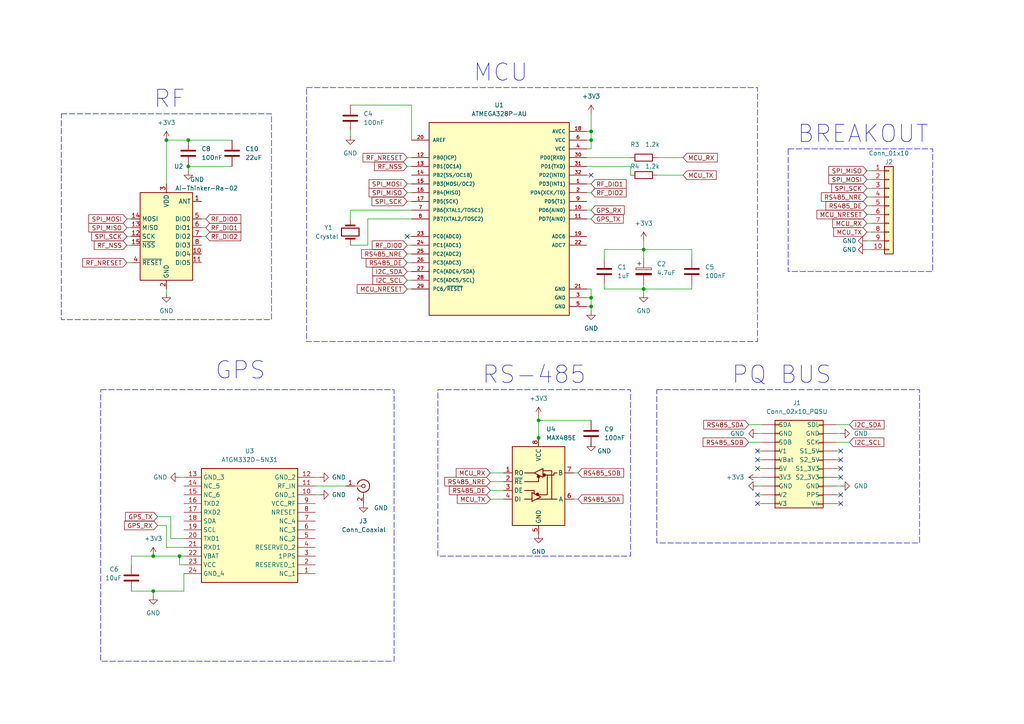
<source format=kicad_sch>
(kicad_sch (version 20230121) (generator eeschema)

  (uuid b4a94a9f-7fdf-43c6-82b9-c312e856d25f)

  (paper "A4")

  (title_block
    (title "PQ Com Unit")
    (date "2023-08-13")
    (rev "v01")
    (company "Author: Gary Allen")
  )

  (lib_symbols
    (symbol "ATGM332D-5N31:ATGM332D-5N31" (in_bom yes) (on_board yes)
      (property "Reference" "IC" (at 34.29 7.62 0)
        (effects (font (size 1.27 1.27)) (justify left top))
      )
      (property "Value" "ATGM332D-5N31" (at 34.29 5.08 0)
        (effects (font (size 1.27 1.27)) (justify left top))
      )
      (property "Footprint" "ATGM332D5N31" (at 34.29 -94.92 0)
        (effects (font (size 1.27 1.27)) (justify left top) hide)
      )
      (property "Datasheet" "https://datasheet.lcsc.com/szlcsc/ZHONGKEWEI-ATGM332D-5N31_C128659.pdf" (at 34.29 -194.92 0)
        (effects (font (size 1.27 1.27)) (justify left top) hide)
      )
      (property "Height" "2.6" (at 34.29 -394.92 0)
        (effects (font (size 1.27 1.27)) (justify left top) hide)
      )
      (property "Manufacturer_Name" "ZHONGKEWEI" (at 34.29 -494.92 0)
        (effects (font (size 1.27 1.27)) (justify left top) hide)
      )
      (property "Manufacturer_Part_Number" "ATGM332D-5N31" (at 34.29 -594.92 0)
        (effects (font (size 1.27 1.27)) (justify left top) hide)
      )
      (property "Mouser Part Number" "" (at 34.29 -694.92 0)
        (effects (font (size 1.27 1.27)) (justify left top) hide)
      )
      (property "Mouser Price/Stock" "" (at 34.29 -794.92 0)
        (effects (font (size 1.27 1.27)) (justify left top) hide)
      )
      (property "Arrow Part Number" "" (at 34.29 -894.92 0)
        (effects (font (size 1.27 1.27)) (justify left top) hide)
      )
      (property "Arrow Price/Stock" "" (at 34.29 -994.92 0)
        (effects (font (size 1.27 1.27)) (justify left top) hide)
      )
      (property "ki_description" "Communication Modules/GNSS Modules 12.2x16x2.4mm" (at 0 0 0)
        (effects (font (size 1.27 1.27)) hide)
      )
      (symbol "ATGM332D-5N31_1_1"
        (rectangle (start 5.08 2.54) (end 33.02 -30.48)
          (stroke (width 0.254) (type default))
          (fill (type background))
        )
        (pin passive line (at 38.1 -27.94 180) (length 5.08)
          (name "NC_1" (effects (font (size 1.27 1.27))))
          (number "1" (effects (font (size 1.27 1.27))))
        )
        (pin passive line (at 38.1 -5.08 180) (length 5.08)
          (name "GND_1" (effects (font (size 1.27 1.27))))
          (number "10" (effects (font (size 1.27 1.27))))
        )
        (pin passive line (at 38.1 -2.54 180) (length 5.08)
          (name "RF_IN" (effects (font (size 1.27 1.27))))
          (number "11" (effects (font (size 1.27 1.27))))
        )
        (pin passive line (at 38.1 0 180) (length 5.08)
          (name "GND_2" (effects (font (size 1.27 1.27))))
          (number "12" (effects (font (size 1.27 1.27))))
        )
        (pin passive line (at 0 0 0) (length 5.08)
          (name "GND_3" (effects (font (size 1.27 1.27))))
          (number "13" (effects (font (size 1.27 1.27))))
        )
        (pin passive line (at 0 -2.54 0) (length 5.08)
          (name "NC_5" (effects (font (size 1.27 1.27))))
          (number "14" (effects (font (size 1.27 1.27))))
        )
        (pin passive line (at 0 -5.08 0) (length 5.08)
          (name "NC_6" (effects (font (size 1.27 1.27))))
          (number "15" (effects (font (size 1.27 1.27))))
        )
        (pin passive line (at 0 -7.62 0) (length 5.08)
          (name "TXD2" (effects (font (size 1.27 1.27))))
          (number "16" (effects (font (size 1.27 1.27))))
        )
        (pin passive line (at 0 -10.16 0) (length 5.08)
          (name "RXD2" (effects (font (size 1.27 1.27))))
          (number "17" (effects (font (size 1.27 1.27))))
        )
        (pin passive line (at 0 -12.7 0) (length 5.08)
          (name "SDA" (effects (font (size 1.27 1.27))))
          (number "18" (effects (font (size 1.27 1.27))))
        )
        (pin passive line (at 0 -15.24 0) (length 5.08)
          (name "SCL" (effects (font (size 1.27 1.27))))
          (number "19" (effects (font (size 1.27 1.27))))
        )
        (pin passive line (at 38.1 -25.4 180) (length 5.08)
          (name "RESERVED_1" (effects (font (size 1.27 1.27))))
          (number "2" (effects (font (size 1.27 1.27))))
        )
        (pin passive line (at 0 -17.78 0) (length 5.08)
          (name "TXD1" (effects (font (size 1.27 1.27))))
          (number "20" (effects (font (size 1.27 1.27))))
        )
        (pin passive line (at 0 -20.32 0) (length 5.08)
          (name "RXD1" (effects (font (size 1.27 1.27))))
          (number "21" (effects (font (size 1.27 1.27))))
        )
        (pin passive line (at 0 -22.86 0) (length 5.08)
          (name "VBAT" (effects (font (size 1.27 1.27))))
          (number "22" (effects (font (size 1.27 1.27))))
        )
        (pin passive line (at 0 -25.4 0) (length 5.08)
          (name "VCC" (effects (font (size 1.27 1.27))))
          (number "23" (effects (font (size 1.27 1.27))))
        )
        (pin passive line (at 0 -27.94 0) (length 5.08)
          (name "GND_4" (effects (font (size 1.27 1.27))))
          (number "24" (effects (font (size 1.27 1.27))))
        )
        (pin passive line (at 38.1 -22.86 180) (length 5.08)
          (name "1PPS" (effects (font (size 1.27 1.27))))
          (number "3" (effects (font (size 1.27 1.27))))
        )
        (pin passive line (at 38.1 -20.32 180) (length 5.08)
          (name "RESERVED_2" (effects (font (size 1.27 1.27))))
          (number "4" (effects (font (size 1.27 1.27))))
        )
        (pin passive line (at 38.1 -17.78 180) (length 5.08)
          (name "NC_2" (effects (font (size 1.27 1.27))))
          (number "5" (effects (font (size 1.27 1.27))))
        )
        (pin passive line (at 38.1 -15.24 180) (length 5.08)
          (name "NC_3" (effects (font (size 1.27 1.27))))
          (number "6" (effects (font (size 1.27 1.27))))
        )
        (pin passive line (at 38.1 -12.7 180) (length 5.08)
          (name "NC_4" (effects (font (size 1.27 1.27))))
          (number "7" (effects (font (size 1.27 1.27))))
        )
        (pin passive line (at 38.1 -10.16 180) (length 5.08)
          (name "NRESET" (effects (font (size 1.27 1.27))))
          (number "8" (effects (font (size 1.27 1.27))))
        )
        (pin passive line (at 38.1 -7.62 180) (length 5.08)
          (name "VCC_RF" (effects (font (size 1.27 1.27))))
          (number "9" (effects (font (size 1.27 1.27))))
        )
      )
    )
    (symbol "ATMEGA328P-AU:ATMEGA328P-AU" (pin_names (offset 1.016)) (in_bom yes) (on_board yes)
      (property "Reference" "U1" (at 0 33.02 0)
        (effects (font (size 1.27 1.27)))
      )
      (property "Value" "ATMEGA328P-AU" (at 0 30.48 0)
        (effects (font (size 1.27 1.27)))
      )
      (property "Footprint" "QFP80P900X900X120-32N" (at -11.43 39.37 0)
        (effects (font (size 1.27 1.27)) (justify bottom) hide)
      )
      (property "Datasheet" "" (at -10.16 0 0)
        (effects (font (size 1.27 1.27)) hide)
      )
      (property "MANUFACTURER" "Atmel" (at 2.54 -1.27 0)
        (effects (font (size 1.27 1.27)) (justify bottom) hide)
      )
      (symbol "ATMEGA328P-AU_0_0"
        (rectangle (start -20.32 27.94) (end 20.32 -27.94)
          (stroke (width 0.254) (type default))
          (fill (type background))
        )
        (pin power_in line (at 25.4 25.4 180) (length 5.08)
          (name "AVCC" (effects (font (size 1.016 1.016))))
          (number "18" (effects (font (size 1.016 1.016))))
        )
        (pin bidirectional line (at 25.4 -5.08 180) (length 5.08)
          (name "ADC6" (effects (font (size 1.016 1.016))))
          (number "19" (effects (font (size 1.016 1.016))))
        )
        (pin input line (at -25.4 22.86 0) (length 5.08)
          (name "AREF" (effects (font (size 1.016 1.016))))
          (number "20" (effects (font (size 1.016 1.016))))
        )
        (pin power_in line (at 25.4 -20.32 180) (length 5.08)
          (name "GND" (effects (font (size 1.016 1.016))))
          (number "21" (effects (font (size 1.016 1.016))))
        )
        (pin bidirectional line (at 25.4 -7.62 180) (length 5.08)
          (name "ADC7" (effects (font (size 1.016 1.016))))
          (number "22" (effects (font (size 1.016 1.016))))
        )
        (pin bidirectional line (at -25.4 -20.32 0) (length 5.08)
          (name "PC6/~{RESET}" (effects (font (size 1.016 1.016))))
          (number "29" (effects (font (size 1.016 1.016))))
        )
        (pin power_in line (at 25.4 -22.86 180) (length 5.08)
          (name "GND" (effects (font (size 1.016 1.016))))
          (number "3" (effects (font (size 1.016 1.016))))
        )
        (pin power_in line (at 25.4 20.32 180) (length 5.08)
          (name "VCC" (effects (font (size 1.016 1.016))))
          (number "4" (effects (font (size 1.016 1.016))))
        )
        (pin power_in line (at 25.4 -25.4 180) (length 5.08)
          (name "GND" (effects (font (size 1.016 1.016))))
          (number "5" (effects (font (size 1.016 1.016))))
        )
        (pin power_in line (at 25.4 22.86 180) (length 5.08)
          (name "VCC" (effects (font (size 1.016 1.016))))
          (number "6" (effects (font (size 1.016 1.016))))
        )
      )
      (symbol "ATMEGA328P-AU_1_0"
        (pin bidirectional line (at 25.4 10.16 180) (length 5.08)
          (name "PD3(INT1)" (effects (font (size 1.016 1.016))))
          (number "1" (effects (font (size 1.016 1.016))))
        )
        (pin bidirectional line (at 25.4 2.54 180) (length 5.08)
          (name "PD6(AIN0)" (effects (font (size 1.016 1.016))))
          (number "10" (effects (font (size 1.016 1.016))))
        )
        (pin bidirectional line (at 25.4 0 180) (length 5.08)
          (name "PD7(AIN0)" (effects (font (size 1.016 1.016))))
          (number "11" (effects (font (size 1.016 1.016))))
        )
        (pin bidirectional line (at -25.4 17.78 0) (length 5.08)
          (name "PB0(ICP)" (effects (font (size 1.016 1.016))))
          (number "12" (effects (font (size 1.016 1.016))))
        )
        (pin bidirectional line (at -25.4 15.24 0) (length 5.08)
          (name "PB1(OC1A)" (effects (font (size 1.016 1.016))))
          (number "13" (effects (font (size 1.016 1.016))))
        )
        (pin bidirectional line (at -25.4 12.7 0) (length 5.08)
          (name "PB2(SS/OC1B)" (effects (font (size 1.016 1.016))))
          (number "14" (effects (font (size 1.016 1.016))))
        )
        (pin bidirectional line (at -25.4 10.16 0) (length 5.08)
          (name "PB3(MOSI/OC2)" (effects (font (size 1.016 1.016))))
          (number "15" (effects (font (size 1.016 1.016))))
        )
        (pin bidirectional line (at -25.4 7.62 0) (length 5.08)
          (name "PB4(MISO)" (effects (font (size 1.016 1.016))))
          (number "16" (effects (font (size 1.016 1.016))))
        )
        (pin bidirectional line (at -25.4 5.08 0) (length 5.08)
          (name "PB5(SCK)" (effects (font (size 1.016 1.016))))
          (number "17" (effects (font (size 1.016 1.016))))
        )
        (pin bidirectional line (at 25.4 7.62 180) (length 5.08)
          (name "PD4(XCK/T0)" (effects (font (size 1.016 1.016))))
          (number "2" (effects (font (size 1.016 1.016))))
        )
        (pin bidirectional line (at -25.4 -5.08 0) (length 5.08)
          (name "PC0(ADC0)" (effects (font (size 1.016 1.016))))
          (number "23" (effects (font (size 1.016 1.016))))
        )
        (pin bidirectional line (at -25.4 -7.62 0) (length 5.08)
          (name "PC1(ADC1)" (effects (font (size 1.016 1.016))))
          (number "24" (effects (font (size 1.016 1.016))))
        )
        (pin bidirectional line (at -25.4 -10.16 0) (length 5.08)
          (name "PC2(ADC2)" (effects (font (size 1.016 1.016))))
          (number "25" (effects (font (size 1.016 1.016))))
        )
        (pin bidirectional line (at -25.4 -12.7 0) (length 5.08)
          (name "PC3(ADC3)" (effects (font (size 1.016 1.016))))
          (number "26" (effects (font (size 1.016 1.016))))
        )
        (pin bidirectional line (at -25.4 -15.24 0) (length 5.08)
          (name "PC4(ADC4/SDA)" (effects (font (size 1.016 1.016))))
          (number "27" (effects (font (size 1.016 1.016))))
        )
        (pin bidirectional line (at -25.4 -17.78 0) (length 5.08)
          (name "PC5(ADC5/SCL)" (effects (font (size 1.016 1.016))))
          (number "28" (effects (font (size 1.016 1.016))))
        )
        (pin bidirectional line (at 25.4 17.78 180) (length 5.08)
          (name "PD0(RXD)" (effects (font (size 1.016 1.016))))
          (number "30" (effects (font (size 1.016 1.016))))
        )
        (pin bidirectional line (at 25.4 15.24 180) (length 5.08)
          (name "PD1(TXD)" (effects (font (size 1.016 1.016))))
          (number "31" (effects (font (size 1.016 1.016))))
        )
        (pin bidirectional line (at 25.4 12.7 180) (length 5.08)
          (name "PD2(INT0)" (effects (font (size 1.016 1.016))))
          (number "32" (effects (font (size 1.016 1.016))))
        )
        (pin bidirectional line (at -25.4 2.54 0) (length 5.08)
          (name "PB6(XTAL1/TOSC1)" (effects (font (size 1.016 1.016))))
          (number "7" (effects (font (size 1.016 1.016))))
        )
        (pin bidirectional line (at -25.4 0 0) (length 5.08)
          (name "PB7(XTAL2/TOSC2)" (effects (font (size 1.016 1.016))))
          (number "8" (effects (font (size 1.016 1.016))))
        )
        (pin bidirectional line (at 25.4 5.08 180) (length 5.08)
          (name "PD5(T1)" (effects (font (size 1.016 1.016))))
          (number "9" (effects (font (size 1.016 1.016))))
        )
      )
    )
    (symbol "Connector:Conn_Coaxial" (pin_names (offset 1.016) hide) (in_bom yes) (on_board yes)
      (property "Reference" "J" (at 0.254 3.048 0)
        (effects (font (size 1.27 1.27)))
      )
      (property "Value" "Conn_Coaxial" (at 2.921 0 90)
        (effects (font (size 1.27 1.27)))
      )
      (property "Footprint" "" (at 0 0 0)
        (effects (font (size 1.27 1.27)) hide)
      )
      (property "Datasheet" " ~" (at 0 0 0)
        (effects (font (size 1.27 1.27)) hide)
      )
      (property "ki_keywords" "BNC SMA SMB SMC LEMO coaxial connector CINCH RCA" (at 0 0 0)
        (effects (font (size 1.27 1.27)) hide)
      )
      (property "ki_description" "coaxial connector (BNC, SMA, SMB, SMC, Cinch/RCA, LEMO, ...)" (at 0 0 0)
        (effects (font (size 1.27 1.27)) hide)
      )
      (property "ki_fp_filters" "*BNC* *SMA* *SMB* *SMC* *Cinch* *LEMO*" (at 0 0 0)
        (effects (font (size 1.27 1.27)) hide)
      )
      (symbol "Conn_Coaxial_0_1"
        (arc (start -1.778 -0.508) (mid 0.2311 -1.8066) (end 1.778 0)
          (stroke (width 0.254) (type default))
          (fill (type none))
        )
        (polyline
          (pts
            (xy -2.54 0)
            (xy -0.508 0)
          )
          (stroke (width 0) (type default))
          (fill (type none))
        )
        (polyline
          (pts
            (xy 0 -2.54)
            (xy 0 -1.778)
          )
          (stroke (width 0) (type default))
          (fill (type none))
        )
        (circle (center 0 0) (radius 0.508)
          (stroke (width 0.2032) (type default))
          (fill (type none))
        )
        (arc (start 1.778 0) (mid 0.2099 1.8101) (end -1.778 0.508)
          (stroke (width 0.254) (type default))
          (fill (type none))
        )
      )
      (symbol "Conn_Coaxial_1_1"
        (pin passive line (at -5.08 0 0) (length 2.54)
          (name "In" (effects (font (size 1.27 1.27))))
          (number "1" (effects (font (size 1.27 1.27))))
        )
        (pin passive line (at 0 -5.08 90) (length 2.54)
          (name "Ext" (effects (font (size 1.27 1.27))))
          (number "2" (effects (font (size 1.27 1.27))))
        )
      )
    )
    (symbol "Connector_Generic:Conn_01x10" (pin_names (offset 1.016) hide) (in_bom yes) (on_board yes)
      (property "Reference" "J" (at 0 12.7 0)
        (effects (font (size 1.27 1.27)))
      )
      (property "Value" "Conn_01x10" (at 0 -15.24 0)
        (effects (font (size 1.27 1.27)))
      )
      (property "Footprint" "" (at 0 0 0)
        (effects (font (size 1.27 1.27)) hide)
      )
      (property "Datasheet" "~" (at 0 0 0)
        (effects (font (size 1.27 1.27)) hide)
      )
      (property "ki_keywords" "connector" (at 0 0 0)
        (effects (font (size 1.27 1.27)) hide)
      )
      (property "ki_description" "Generic connector, single row, 01x10, script generated (kicad-library-utils/schlib/autogen/connector/)" (at 0 0 0)
        (effects (font (size 1.27 1.27)) hide)
      )
      (property "ki_fp_filters" "Connector*:*_1x??_*" (at 0 0 0)
        (effects (font (size 1.27 1.27)) hide)
      )
      (symbol "Conn_01x10_1_1"
        (rectangle (start -1.27 -12.573) (end 0 -12.827)
          (stroke (width 0.1524) (type default))
          (fill (type none))
        )
        (rectangle (start -1.27 -10.033) (end 0 -10.287)
          (stroke (width 0.1524) (type default))
          (fill (type none))
        )
        (rectangle (start -1.27 -7.493) (end 0 -7.747)
          (stroke (width 0.1524) (type default))
          (fill (type none))
        )
        (rectangle (start -1.27 -4.953) (end 0 -5.207)
          (stroke (width 0.1524) (type default))
          (fill (type none))
        )
        (rectangle (start -1.27 -2.413) (end 0 -2.667)
          (stroke (width 0.1524) (type default))
          (fill (type none))
        )
        (rectangle (start -1.27 0.127) (end 0 -0.127)
          (stroke (width 0.1524) (type default))
          (fill (type none))
        )
        (rectangle (start -1.27 2.667) (end 0 2.413)
          (stroke (width 0.1524) (type default))
          (fill (type none))
        )
        (rectangle (start -1.27 5.207) (end 0 4.953)
          (stroke (width 0.1524) (type default))
          (fill (type none))
        )
        (rectangle (start -1.27 7.747) (end 0 7.493)
          (stroke (width 0.1524) (type default))
          (fill (type none))
        )
        (rectangle (start -1.27 10.287) (end 0 10.033)
          (stroke (width 0.1524) (type default))
          (fill (type none))
        )
        (rectangle (start -1.27 11.43) (end 1.27 -13.97)
          (stroke (width 0.254) (type default))
          (fill (type background))
        )
        (pin passive line (at -5.08 10.16 0) (length 3.81)
          (name "Pin_1" (effects (font (size 1.27 1.27))))
          (number "1" (effects (font (size 1.27 1.27))))
        )
        (pin passive line (at -5.08 -12.7 0) (length 3.81)
          (name "Pin_10" (effects (font (size 1.27 1.27))))
          (number "10" (effects (font (size 1.27 1.27))))
        )
        (pin passive line (at -5.08 7.62 0) (length 3.81)
          (name "Pin_2" (effects (font (size 1.27 1.27))))
          (number "2" (effects (font (size 1.27 1.27))))
        )
        (pin passive line (at -5.08 5.08 0) (length 3.81)
          (name "Pin_3" (effects (font (size 1.27 1.27))))
          (number "3" (effects (font (size 1.27 1.27))))
        )
        (pin passive line (at -5.08 2.54 0) (length 3.81)
          (name "Pin_4" (effects (font (size 1.27 1.27))))
          (number "4" (effects (font (size 1.27 1.27))))
        )
        (pin passive line (at -5.08 0 0) (length 3.81)
          (name "Pin_5" (effects (font (size 1.27 1.27))))
          (number "5" (effects (font (size 1.27 1.27))))
        )
        (pin passive line (at -5.08 -2.54 0) (length 3.81)
          (name "Pin_6" (effects (font (size 1.27 1.27))))
          (number "6" (effects (font (size 1.27 1.27))))
        )
        (pin passive line (at -5.08 -5.08 0) (length 3.81)
          (name "Pin_7" (effects (font (size 1.27 1.27))))
          (number "7" (effects (font (size 1.27 1.27))))
        )
        (pin passive line (at -5.08 -7.62 0) (length 3.81)
          (name "Pin_8" (effects (font (size 1.27 1.27))))
          (number "8" (effects (font (size 1.27 1.27))))
        )
        (pin passive line (at -5.08 -10.16 0) (length 3.81)
          (name "Pin_9" (effects (font (size 1.27 1.27))))
          (number "9" (effects (font (size 1.27 1.27))))
        )
      )
    )
    (symbol "Connector_Generic:Conn_02x10_Top_Bottom" (pin_numbers hide) (pin_names (offset 1.016)) (in_bom yes) (on_board yes)
      (property "Reference" "J2" (at 1.27 16.51 0)
        (effects (font (size 1.27 1.27)))
      )
      (property "Value" "Conn_02x10_PQSU" (at 1.27 13.97 0)
        (effects (font (size 1.27 1.27)))
      )
      (property "Footprint" "Connector_PinHeader_2.54mm:PinHeader_2x10_P2.54mm_Vertical" (at 5.08 25.4 0)
        (effects (font (size 1.27 1.27)) hide)
      )
      (property "Datasheet" "~" (at 0 0 0)
        (effects (font (size 1.27 1.27)) hide)
      )
      (property "ki_keywords" "connector" (at 0 0 0)
        (effects (font (size 1.27 1.27)) hide)
      )
      (property "ki_description" "Generic connector, double row, 02x10, top/bottom pin numbering scheme (row 1: 1...pins_per_row, row2: pins_per_row+1 ... num_pins), script generated (kicad-library-utils/schlib/autogen/connector/)" (at 0 0 0)
        (effects (font (size 1.27 1.27)) hide)
      )
      (property "ki_fp_filters" "Connector*:*_2x??_*" (at 0 0 0)
        (effects (font (size 1.27 1.27)) hide)
      )
      (symbol "Conn_02x10_Top_Bottom_1_1"
        (rectangle (start -1.27 -12.573) (end 0 -12.827)
          (stroke (width 0.1524) (type default))
          (fill (type none))
        )
        (rectangle (start -1.27 -10.033) (end 0 -10.287)
          (stroke (width 0.1524) (type default))
          (fill (type none))
        )
        (rectangle (start -1.27 -7.493) (end 0 -7.747)
          (stroke (width 0.1524) (type default))
          (fill (type none))
        )
        (rectangle (start -1.27 -4.953) (end 0 -5.207)
          (stroke (width 0.1524) (type default))
          (fill (type none))
        )
        (rectangle (start -1.27 -2.413) (end 0 -2.667)
          (stroke (width 0.1524) (type default))
          (fill (type none))
        )
        (rectangle (start -1.27 0.127) (end 0 -0.127)
          (stroke (width 0.1524) (type default))
          (fill (type none))
        )
        (rectangle (start -1.27 2.667) (end 0 2.413)
          (stroke (width 0.1524) (type default))
          (fill (type none))
        )
        (rectangle (start -1.27 5.207) (end 0 4.953)
          (stroke (width 0.1524) (type default))
          (fill (type none))
        )
        (rectangle (start -1.27 7.747) (end 0 7.493)
          (stroke (width 0.1524) (type default))
          (fill (type none))
        )
        (rectangle (start -1.27 10.287) (end 0 10.033)
          (stroke (width 0.1524) (type default))
          (fill (type none))
        )
        (rectangle (start -1.27 11.43) (end 12.7 -13.97)
          (stroke (width 0.254) (type default))
          (fill (type background))
        )
        (rectangle (start 11.43 -2.54) (end 12.7 -2.794)
          (stroke (width 0.1524) (type default))
          (fill (type none))
        )
        (rectangle (start 11.43 0) (end 12.7 -0.254)
          (stroke (width 0.1524) (type default))
          (fill (type none))
        )
        (rectangle (start 11.43 10.16) (end 12.7 9.906)
          (stroke (width 0.1524) (type default))
          (fill (type none))
        )
        (rectangle (start 12.7 -12.7) (end 11.43 -12.954)
          (stroke (width 0.1524) (type default))
          (fill (type none))
        )
        (rectangle (start 12.7 -10.16) (end 11.43 -10.414)
          (stroke (width 0.1524) (type default))
          (fill (type none))
        )
        (rectangle (start 12.7 -7.62) (end 11.43 -7.874)
          (stroke (width 0.1524) (type default))
          (fill (type none))
        )
        (rectangle (start 12.7 -5.08) (end 11.43 -5.334)
          (stroke (width 0.1524) (type default))
          (fill (type none))
        )
        (rectangle (start 12.7 2.54) (end 11.43 2.286)
          (stroke (width 0.1524) (type default))
          (fill (type none))
        )
        (rectangle (start 12.7 5.08) (end 11.43 4.826)
          (stroke (width 0.1524) (type default))
          (fill (type none))
        )
        (rectangle (start 12.7 7.62) (end 11.43 7.366)
          (stroke (width 0.1524) (type default))
          (fill (type none))
        )
        (pin passive line (at -5.08 10.16 0) (length 3.81)
          (name "SDA" (effects (font (size 1.27 1.27))))
          (number "1" (effects (font (size 1.27 1.27))))
        )
        (pin passive line (at -5.08 -12.7 0) (length 3.81)
          (name "V3" (effects (font (size 1.27 1.27))))
          (number "10" (effects (font (size 1.27 1.27))))
        )
        (pin passive line (at 16.51 10.16 180) (length 3.81)
          (name "SDL" (effects (font (size 1.27 1.27))))
          (number "11" (effects (font (size 1.27 1.27))))
        )
        (pin passive line (at 16.51 7.62 180) (length 3.81)
          (name "GND" (effects (font (size 1.27 1.27))))
          (number "12" (effects (font (size 1.27 1.27))))
        )
        (pin passive line (at 16.51 5.08 180) (length 3.81)
          (name "SCK" (effects (font (size 1.27 1.27))))
          (number "13" (effects (font (size 1.27 1.27))))
        )
        (pin passive line (at 16.51 2.54 180) (length 3.81)
          (name "S1_5V" (effects (font (size 1.27 1.27))))
          (number "14" (effects (font (size 1.27 1.27))))
        )
        (pin passive line (at 16.51 0 180) (length 3.81)
          (name "S2_5V" (effects (font (size 1.27 1.27))))
          (number "15" (effects (font (size 1.27 1.27))))
        )
        (pin passive line (at 16.51 -2.54 180) (length 3.81)
          (name "S1_3V3" (effects (font (size 1.27 1.27))))
          (number "16" (effects (font (size 1.27 1.27))))
        )
        (pin passive line (at 16.51 -5.08 180) (length 3.81)
          (name "S2_3V3" (effects (font (size 1.27 1.27))))
          (number "17" (effects (font (size 1.27 1.27))))
        )
        (pin passive line (at 16.51 -7.62 180) (length 3.81)
          (name "GND" (effects (font (size 1.27 1.27))))
          (number "18" (effects (font (size 1.27 1.27))))
        )
        (pin passive line (at 16.51 -10.16 180) (length 3.81)
          (name "PPS" (effects (font (size 1.27 1.27))))
          (number "19" (effects (font (size 1.27 1.27))))
        )
        (pin passive line (at -5.08 7.62 0) (length 3.81)
          (name "GND" (effects (font (size 1.27 1.27))))
          (number "2" (effects (font (size 1.27 1.27))))
        )
        (pin passive line (at 16.51 -12.7 180) (length 3.81)
          (name "V4" (effects (font (size 1.27 1.27))))
          (number "20" (effects (font (size 1.27 1.27))))
        )
        (pin passive line (at -5.08 5.08 0) (length 3.81)
          (name "SDB" (effects (font (size 1.27 1.27))))
          (number "3" (effects (font (size 1.27 1.27))))
        )
        (pin passive line (at -5.08 2.54 0) (length 3.81)
          (name "V1" (effects (font (size 1.27 1.27))))
          (number "4" (effects (font (size 1.27 1.27))))
        )
        (pin passive line (at -5.08 0 0) (length 3.81)
          (name "VBat" (effects (font (size 1.27 1.27))))
          (number "5" (effects (font (size 1.27 1.27))))
        )
        (pin passive line (at -5.08 -2.54 0) (length 3.81)
          (name "5V" (effects (font (size 1.27 1.27))))
          (number "6" (effects (font (size 1.27 1.27))))
        )
        (pin passive line (at -5.08 -5.08 0) (length 3.81)
          (name "3V3" (effects (font (size 1.27 1.27))))
          (number "7" (effects (font (size 1.27 1.27))))
        )
        (pin passive line (at -5.08 -7.62 0) (length 3.81)
          (name "GND" (effects (font (size 1.27 1.27))))
          (number "8" (effects (font (size 1.27 1.27))))
        )
        (pin passive line (at -5.08 -10.16 0) (length 3.81)
          (name "V2" (effects (font (size 1.27 1.27))))
          (number "9" (effects (font (size 1.27 1.27))))
        )
      )
    )
    (symbol "Device:C" (pin_numbers hide) (pin_names (offset 0.254)) (in_bom yes) (on_board yes)
      (property "Reference" "C" (at 0.635 2.54 0)
        (effects (font (size 1.27 1.27)) (justify left))
      )
      (property "Value" "C" (at 0.635 -2.54 0)
        (effects (font (size 1.27 1.27)) (justify left))
      )
      (property "Footprint" "" (at 0.9652 -3.81 0)
        (effects (font (size 1.27 1.27)) hide)
      )
      (property "Datasheet" "~" (at 0 0 0)
        (effects (font (size 1.27 1.27)) hide)
      )
      (property "ki_keywords" "cap capacitor" (at 0 0 0)
        (effects (font (size 1.27 1.27)) hide)
      )
      (property "ki_description" "Unpolarized capacitor" (at 0 0 0)
        (effects (font (size 1.27 1.27)) hide)
      )
      (property "ki_fp_filters" "C_*" (at 0 0 0)
        (effects (font (size 1.27 1.27)) hide)
      )
      (symbol "C_0_1"
        (polyline
          (pts
            (xy -2.032 -0.762)
            (xy 2.032 -0.762)
          )
          (stroke (width 0.508) (type default))
          (fill (type none))
        )
        (polyline
          (pts
            (xy -2.032 0.762)
            (xy 2.032 0.762)
          )
          (stroke (width 0.508) (type default))
          (fill (type none))
        )
      )
      (symbol "C_1_1"
        (pin passive line (at 0 3.81 270) (length 2.794)
          (name "~" (effects (font (size 1.27 1.27))))
          (number "1" (effects (font (size 1.27 1.27))))
        )
        (pin passive line (at 0 -3.81 90) (length 2.794)
          (name "~" (effects (font (size 1.27 1.27))))
          (number "2" (effects (font (size 1.27 1.27))))
        )
      )
    )
    (symbol "Device:C_Polarized" (pin_numbers hide) (pin_names (offset 0.254)) (in_bom yes) (on_board yes)
      (property "Reference" "C" (at 0.635 2.54 0)
        (effects (font (size 1.27 1.27)) (justify left))
      )
      (property "Value" "C_Polarized" (at 0.635 -2.54 0)
        (effects (font (size 1.27 1.27)) (justify left))
      )
      (property "Footprint" "" (at 0.9652 -3.81 0)
        (effects (font (size 1.27 1.27)) hide)
      )
      (property "Datasheet" "~" (at 0 0 0)
        (effects (font (size 1.27 1.27)) hide)
      )
      (property "ki_keywords" "cap capacitor" (at 0 0 0)
        (effects (font (size 1.27 1.27)) hide)
      )
      (property "ki_description" "Polarized capacitor" (at 0 0 0)
        (effects (font (size 1.27 1.27)) hide)
      )
      (property "ki_fp_filters" "CP_*" (at 0 0 0)
        (effects (font (size 1.27 1.27)) hide)
      )
      (symbol "C_Polarized_0_1"
        (rectangle (start -2.286 0.508) (end 2.286 1.016)
          (stroke (width 0) (type default))
          (fill (type none))
        )
        (polyline
          (pts
            (xy -1.778 2.286)
            (xy -0.762 2.286)
          )
          (stroke (width 0) (type default))
          (fill (type none))
        )
        (polyline
          (pts
            (xy -1.27 2.794)
            (xy -1.27 1.778)
          )
          (stroke (width 0) (type default))
          (fill (type none))
        )
        (rectangle (start 2.286 -0.508) (end -2.286 -1.016)
          (stroke (width 0) (type default))
          (fill (type outline))
        )
      )
      (symbol "C_Polarized_1_1"
        (pin passive line (at 0 3.81 270) (length 2.794)
          (name "~" (effects (font (size 1.27 1.27))))
          (number "1" (effects (font (size 1.27 1.27))))
        )
        (pin passive line (at 0 -3.81 90) (length 2.794)
          (name "~" (effects (font (size 1.27 1.27))))
          (number "2" (effects (font (size 1.27 1.27))))
        )
      )
    )
    (symbol "Device:Crystal" (pin_numbers hide) (pin_names (offset 1.016) hide) (in_bom yes) (on_board yes)
      (property "Reference" "Y" (at 0 3.81 0)
        (effects (font (size 1.27 1.27)))
      )
      (property "Value" "Crystal" (at 0 -3.81 0)
        (effects (font (size 1.27 1.27)))
      )
      (property "Footprint" "" (at 0 0 0)
        (effects (font (size 1.27 1.27)) hide)
      )
      (property "Datasheet" "~" (at 0 0 0)
        (effects (font (size 1.27 1.27)) hide)
      )
      (property "ki_keywords" "quartz ceramic resonator oscillator" (at 0 0 0)
        (effects (font (size 1.27 1.27)) hide)
      )
      (property "ki_description" "Two pin crystal" (at 0 0 0)
        (effects (font (size 1.27 1.27)) hide)
      )
      (property "ki_fp_filters" "Crystal*" (at 0 0 0)
        (effects (font (size 1.27 1.27)) hide)
      )
      (symbol "Crystal_0_1"
        (rectangle (start -1.143 2.54) (end 1.143 -2.54)
          (stroke (width 0.3048) (type default))
          (fill (type none))
        )
        (polyline
          (pts
            (xy -2.54 0)
            (xy -1.905 0)
          )
          (stroke (width 0) (type default))
          (fill (type none))
        )
        (polyline
          (pts
            (xy -1.905 -1.27)
            (xy -1.905 1.27)
          )
          (stroke (width 0.508) (type default))
          (fill (type none))
        )
        (polyline
          (pts
            (xy 1.905 -1.27)
            (xy 1.905 1.27)
          )
          (stroke (width 0.508) (type default))
          (fill (type none))
        )
        (polyline
          (pts
            (xy 2.54 0)
            (xy 1.905 0)
          )
          (stroke (width 0) (type default))
          (fill (type none))
        )
      )
      (symbol "Crystal_1_1"
        (pin passive line (at -3.81 0 0) (length 1.27)
          (name "1" (effects (font (size 1.27 1.27))))
          (number "1" (effects (font (size 1.27 1.27))))
        )
        (pin passive line (at 3.81 0 180) (length 1.27)
          (name "2" (effects (font (size 1.27 1.27))))
          (number "2" (effects (font (size 1.27 1.27))))
        )
      )
    )
    (symbol "Device:R" (pin_numbers hide) (pin_names (offset 0)) (in_bom yes) (on_board yes)
      (property "Reference" "R" (at 2.032 0 90)
        (effects (font (size 1.27 1.27)))
      )
      (property "Value" "R" (at 0 0 90)
        (effects (font (size 1.27 1.27)))
      )
      (property "Footprint" "" (at -1.778 0 90)
        (effects (font (size 1.27 1.27)) hide)
      )
      (property "Datasheet" "~" (at 0 0 0)
        (effects (font (size 1.27 1.27)) hide)
      )
      (property "ki_keywords" "R res resistor" (at 0 0 0)
        (effects (font (size 1.27 1.27)) hide)
      )
      (property "ki_description" "Resistor" (at 0 0 0)
        (effects (font (size 1.27 1.27)) hide)
      )
      (property "ki_fp_filters" "R_*" (at 0 0 0)
        (effects (font (size 1.27 1.27)) hide)
      )
      (symbol "R_0_1"
        (rectangle (start -1.016 -2.54) (end 1.016 2.54)
          (stroke (width 0.254) (type default))
          (fill (type none))
        )
      )
      (symbol "R_1_1"
        (pin passive line (at 0 3.81 270) (length 1.27)
          (name "~" (effects (font (size 1.27 1.27))))
          (number "1" (effects (font (size 1.27 1.27))))
        )
        (pin passive line (at 0 -3.81 90) (length 1.27)
          (name "~" (effects (font (size 1.27 1.27))))
          (number "2" (effects (font (size 1.27 1.27))))
        )
      )
    )
    (symbol "Interface_UART:MAX485E" (in_bom yes) (on_board yes)
      (property "Reference" "U" (at -6.096 11.43 0)
        (effects (font (size 1.27 1.27)))
      )
      (property "Value" "MAX485E" (at 0.762 11.43 0)
        (effects (font (size 1.27 1.27)) (justify left))
      )
      (property "Footprint" "" (at 0 -17.78 0)
        (effects (font (size 1.27 1.27)) hide)
      )
      (property "Datasheet" "https://datasheets.maximintegrated.com/en/ds/MAX1487E-MAX491E.pdf" (at 0 1.27 0)
        (effects (font (size 1.27 1.27)) hide)
      )
      (property "ki_keywords" "Half duplex RS-485/RS-422, 2.5 Mbps, ±15kV electro-static discharge (ESD) protection, no slew-rate, no low-power shutdown, with receiver/driver enable, 32 receiver drive kapacitity, DIP-8 and SOIC-8" (at 0 0 0)
        (effects (font (size 1.27 1.27)) hide)
      )
      (property "ki_description" "Half duplex RS-485/RS-422, 2.5 Mbps, ±15kV electro-static discharge (ESD) protection, no slew-rate, no low-power shutdown, with receiver/driver enable, 32 receiver drive kapacitity, DIP-8 and SOIC-8" (at 0 0 0)
        (effects (font (size 1.27 1.27)) hide)
      )
      (property "ki_fp_filters" "DIP*W7.62mm* SOIC*3.9x4.9mm*P1.27mm*" (at 0 0 0)
        (effects (font (size 1.27 1.27)) hide)
      )
      (symbol "MAX485E_0_1"
        (rectangle (start -7.62 10.16) (end 7.62 -12.7)
          (stroke (width 0.254) (type default))
          (fill (type background))
        )
        (circle (center -0.3048 -3.683) (radius 0.3556)
          (stroke (width 0.254) (type default))
          (fill (type outline))
        )
        (circle (center -0.0254 1.4986) (radius 0.3556)
          (stroke (width 0.254) (type default))
          (fill (type outline))
        )
        (polyline
          (pts
            (xy -4.064 -5.08)
            (xy -1.905 -5.08)
          )
          (stroke (width 0.254) (type default))
          (fill (type none))
        )
        (polyline
          (pts
            (xy -4.064 2.54)
            (xy -1.27 2.54)
          )
          (stroke (width 0.254) (type default))
          (fill (type none))
        )
        (polyline
          (pts
            (xy -1.27 -3.2004)
            (xy -1.27 -3.4544)
          )
          (stroke (width 0.254) (type default))
          (fill (type none))
        )
        (polyline
          (pts
            (xy -0.635 -5.08)
            (xy 5.334 -5.08)
          )
          (stroke (width 0.254) (type default))
          (fill (type none))
        )
        (polyline
          (pts
            (xy -4.064 -2.54)
            (xy -1.27 -2.54)
            (xy -1.27 -3.175)
          )
          (stroke (width 0.254) (type default))
          (fill (type none))
        )
        (polyline
          (pts
            (xy 0 1.27)
            (xy 0 0)
            (xy -4.064 0)
          )
          (stroke (width 0.254) (type default))
          (fill (type none))
        )
        (polyline
          (pts
            (xy 1.27 3.175)
            (xy 3.81 3.175)
            (xy 3.81 -5.08)
          )
          (stroke (width 0.254) (type default))
          (fill (type none))
        )
        (polyline
          (pts
            (xy 2.54 1.905)
            (xy 2.54 -3.81)
            (xy 0 -3.81)
          )
          (stroke (width 0.254) (type default))
          (fill (type none))
        )
        (polyline
          (pts
            (xy -1.905 -3.175)
            (xy -1.905 -5.715)
            (xy 0.635 -4.445)
            (xy -1.905 -3.175)
          )
          (stroke (width 0.254) (type default))
          (fill (type none))
        )
        (polyline
          (pts
            (xy -1.27 2.54)
            (xy 1.27 3.81)
            (xy 1.27 1.27)
            (xy -1.27 2.54)
          )
          (stroke (width 0.254) (type default))
          (fill (type none))
        )
        (polyline
          (pts
            (xy 1.905 1.905)
            (xy 4.445 1.905)
            (xy 4.445 2.54)
            (xy 5.334 2.54)
          )
          (stroke (width 0.254) (type default))
          (fill (type none))
        )
        (rectangle (start 1.27 3.175) (end 1.27 3.175)
          (stroke (width 0) (type default))
          (fill (type none))
        )
        (circle (center 1.651 1.905) (radius 0.3556)
          (stroke (width 0.254) (type default))
          (fill (type outline))
        )
      )
      (symbol "MAX485E_1_1"
        (pin output line (at -10.16 2.54 0) (length 2.54)
          (name "RO" (effects (font (size 1.27 1.27))))
          (number "1" (effects (font (size 1.27 1.27))))
        )
        (pin input line (at -10.16 0 0) (length 2.54)
          (name "~{RE}" (effects (font (size 1.27 1.27))))
          (number "2" (effects (font (size 1.27 1.27))))
        )
        (pin input line (at -10.16 -2.54 0) (length 2.54)
          (name "DE" (effects (font (size 1.27 1.27))))
          (number "3" (effects (font (size 1.27 1.27))))
        )
        (pin input line (at -10.16 -5.08 0) (length 2.54)
          (name "DI" (effects (font (size 1.27 1.27))))
          (number "4" (effects (font (size 1.27 1.27))))
        )
        (pin power_in line (at 0 -15.24 90) (length 2.54)
          (name "GND" (effects (font (size 1.27 1.27))))
          (number "5" (effects (font (size 1.27 1.27))))
        )
        (pin bidirectional line (at 10.16 -5.08 180) (length 2.54)
          (name "A" (effects (font (size 1.27 1.27))))
          (number "6" (effects (font (size 1.27 1.27))))
        )
        (pin bidirectional line (at 10.16 2.54 180) (length 2.54)
          (name "B" (effects (font (size 1.27 1.27))))
          (number "7" (effects (font (size 1.27 1.27))))
        )
        (pin power_in line (at 0 12.7 270) (length 2.54)
          (name "VCC" (effects (font (size 1.27 1.27))))
          (number "8" (effects (font (size 1.27 1.27))))
        )
      )
    )
    (symbol "RF_Module:Ai-Thinker-Ra-01" (in_bom yes) (on_board yes)
      (property "Reference" "U" (at 2.54 17.78 0)
        (effects (font (size 1.27 1.27)))
      )
      (property "Value" "Ai-Thinker-Ra-01" (at 13.97 -15.24 0)
        (effects (font (size 1.27 1.27)))
      )
      (property "Footprint" "RF_Module:Ai-Thinker-Ra-01-LoRa" (at 25.4 -10.16 0)
        (effects (font (size 1.27 1.27)) hide)
      )
      (property "Datasheet" "http://wiki.ai-thinker.com/_media/lora/docs/c047ps01a1_ra-01_product_specification_v1.1.pdf" (at 2.54 17.78 0)
        (effects (font (size 1.27 1.27)) hide)
      )
      (property "ki_keywords" "Ra-01 LoRa" (at 0 0 0)
        (effects (font (size 1.27 1.27)) hide)
      )
      (property "ki_description" "Ai-Thinker Ra-01 410-525 MHz LoRa Module, SPI interface, external antenna" (at 0 0 0)
        (effects (font (size 1.27 1.27)) hide)
      )
      (property "ki_fp_filters" "Ai?Thinker?Ra?01*" (at 0 0 0)
        (effects (font (size 1.27 1.27)) hide)
      )
      (symbol "Ai-Thinker-Ra-01_0_1"
        (rectangle (start -7.62 12.7) (end 7.62 -12.7)
          (stroke (width 0.254) (type default))
          (fill (type background))
        )
      )
      (symbol "Ai-Thinker-Ra-01_1_1"
        (pin passive line (at 10.16 10.16 180) (length 2.54)
          (name "ANT" (effects (font (size 1.27 1.27))))
          (number "1" (effects (font (size 1.27 1.27))))
        )
        (pin bidirectional line (at 10.16 -5.08 180) (length 2.54)
          (name "DIO4" (effects (font (size 1.27 1.27))))
          (number "10" (effects (font (size 1.27 1.27))))
        )
        (pin bidirectional line (at 10.16 -7.62 180) (length 2.54)
          (name "DIO5" (effects (font (size 1.27 1.27))))
          (number "11" (effects (font (size 1.27 1.27))))
        )
        (pin input line (at -10.16 0 0) (length 2.54)
          (name "SCK" (effects (font (size 1.27 1.27))))
          (number "12" (effects (font (size 1.27 1.27))))
        )
        (pin output line (at -10.16 2.54 0) (length 2.54)
          (name "MISO" (effects (font (size 1.27 1.27))))
          (number "13" (effects (font (size 1.27 1.27))))
        )
        (pin input line (at -10.16 5.08 0) (length 2.54)
          (name "MOSI" (effects (font (size 1.27 1.27))))
          (number "14" (effects (font (size 1.27 1.27))))
        )
        (pin input line (at -10.16 -2.54 0) (length 2.54)
          (name "~{NSS}" (effects (font (size 1.27 1.27))))
          (number "15" (effects (font (size 1.27 1.27))))
        )
        (pin passive line (at 0 -15.24 90) (length 2.54) hide
          (name "GND" (effects (font (size 1.27 1.27))))
          (number "16" (effects (font (size 1.27 1.27))))
        )
        (pin power_in line (at 0 -15.24 90) (length 2.54)
          (name "GND" (effects (font (size 1.27 1.27))))
          (number "2" (effects (font (size 1.27 1.27))))
        )
        (pin power_in line (at 0 15.24 270) (length 2.54)
          (name "VDD" (effects (font (size 1.27 1.27))))
          (number "3" (effects (font (size 1.27 1.27))))
        )
        (pin input line (at -10.16 -7.62 0) (length 2.54)
          (name "~{RESET}" (effects (font (size 1.27 1.27))))
          (number "4" (effects (font (size 1.27 1.27))))
        )
        (pin bidirectional line (at 10.16 5.08 180) (length 2.54)
          (name "DIO0" (effects (font (size 1.27 1.27))))
          (number "5" (effects (font (size 1.27 1.27))))
        )
        (pin bidirectional line (at 10.16 2.54 180) (length 2.54)
          (name "DIO1" (effects (font (size 1.27 1.27))))
          (number "6" (effects (font (size 1.27 1.27))))
        )
        (pin bidirectional line (at 10.16 0 180) (length 2.54)
          (name "DIO2" (effects (font (size 1.27 1.27))))
          (number "7" (effects (font (size 1.27 1.27))))
        )
        (pin bidirectional line (at 10.16 -2.54 180) (length 2.54)
          (name "DIO3" (effects (font (size 1.27 1.27))))
          (number "8" (effects (font (size 1.27 1.27))))
        )
        (pin passive line (at 0 -15.24 90) (length 2.54) hide
          (name "GND" (effects (font (size 1.27 1.27))))
          (number "9" (effects (font (size 1.27 1.27))))
        )
      )
    )
    (symbol "power:+3V3" (power) (pin_names (offset 0)) (in_bom yes) (on_board yes)
      (property "Reference" "#PWR" (at 0 -3.81 0)
        (effects (font (size 1.27 1.27)) hide)
      )
      (property "Value" "+3V3" (at 0 3.556 0)
        (effects (font (size 1.27 1.27)))
      )
      (property "Footprint" "" (at 0 0 0)
        (effects (font (size 1.27 1.27)) hide)
      )
      (property "Datasheet" "" (at 0 0 0)
        (effects (font (size 1.27 1.27)) hide)
      )
      (property "ki_keywords" "global power" (at 0 0 0)
        (effects (font (size 1.27 1.27)) hide)
      )
      (property "ki_description" "Power symbol creates a global label with name \"+3V3\"" (at 0 0 0)
        (effects (font (size 1.27 1.27)) hide)
      )
      (symbol "+3V3_0_1"
        (polyline
          (pts
            (xy -0.762 1.27)
            (xy 0 2.54)
          )
          (stroke (width 0) (type default))
          (fill (type none))
        )
        (polyline
          (pts
            (xy 0 0)
            (xy 0 2.54)
          )
          (stroke (width 0) (type default))
          (fill (type none))
        )
        (polyline
          (pts
            (xy 0 2.54)
            (xy 0.762 1.27)
          )
          (stroke (width 0) (type default))
          (fill (type none))
        )
      )
      (symbol "+3V3_1_1"
        (pin power_in line (at 0 0 90) (length 0) hide
          (name "+3V3" (effects (font (size 1.27 1.27))))
          (number "1" (effects (font (size 1.27 1.27))))
        )
      )
    )
    (symbol "power:GND" (power) (pin_names (offset 0)) (in_bom yes) (on_board yes)
      (property "Reference" "#PWR" (at 0 -6.35 0)
        (effects (font (size 1.27 1.27)) hide)
      )
      (property "Value" "GND" (at 0 -3.81 0)
        (effects (font (size 1.27 1.27)))
      )
      (property "Footprint" "" (at 0 0 0)
        (effects (font (size 1.27 1.27)) hide)
      )
      (property "Datasheet" "" (at 0 0 0)
        (effects (font (size 1.27 1.27)) hide)
      )
      (property "ki_keywords" "global power" (at 0 0 0)
        (effects (font (size 1.27 1.27)) hide)
      )
      (property "ki_description" "Power symbol creates a global label with name \"GND\" , ground" (at 0 0 0)
        (effects (font (size 1.27 1.27)) hide)
      )
      (symbol "GND_0_1"
        (polyline
          (pts
            (xy 0 0)
            (xy 0 -1.27)
            (xy 1.27 -1.27)
            (xy 0 -2.54)
            (xy -1.27 -1.27)
            (xy 0 -1.27)
          )
          (stroke (width 0) (type default))
          (fill (type none))
        )
      )
      (symbol "GND_1_1"
        (pin power_in line (at 0 0 270) (length 0) hide
          (name "GND" (effects (font (size 1.27 1.27))))
          (number "1" (effects (font (size 1.27 1.27))))
        )
      )
    )
  )

  (junction (at 44.45 161.29) (diameter 0) (color 0 0 0 0)
    (uuid 087c95e4-e88e-4644-a6de-00857e32b93c)
  )
  (junction (at 52.07 161.29) (diameter 0) (color 0 0 0 0)
    (uuid 257135dd-7ff3-4897-80bb-1e1479e97c89)
  )
  (junction (at 171.45 88.9) (diameter 0) (color 0 0 0 0)
    (uuid 3123f0ba-e426-4576-9d78-f56184ad9d3c)
  )
  (junction (at 156.21 127) (diameter 0) (color 0 0 0 0)
    (uuid 39a39490-1479-477e-8ec3-232b0d4f765c)
  )
  (junction (at 54.61 48.26) (diameter 0) (color 0 0 0 0)
    (uuid 5552be91-644d-43f4-a548-658e75caed0c)
  )
  (junction (at 186.69 83.82) (diameter 0) (color 0 0 0 0)
    (uuid 7eae1ffc-b52a-4e67-94a4-84b8bef9e201)
  )
  (junction (at 54.61 40.64) (diameter 0) (color 0 0 0 0)
    (uuid 965064b1-edad-4a9b-bf39-cb54468efb88)
  )
  (junction (at 156.21 121.92) (diameter 0) (color 0 0 0 0)
    (uuid 9bf2526a-4e19-4266-846a-86331901b3e9)
  )
  (junction (at 171.45 86.36) (diameter 0) (color 0 0 0 0)
    (uuid a5294278-1a3f-4f9c-a297-5be7973206d9)
  )
  (junction (at 48.26 40.64) (diameter 0) (color 0 0 0 0)
    (uuid b506c96c-829c-4d03-9462-d74e6d384435)
  )
  (junction (at 171.45 38.1) (diameter 0) (color 0 0 0 0)
    (uuid cba4da94-a185-4c2b-af8e-ef2070ad3e8d)
  )
  (junction (at 186.69 72.39) (diameter 0) (color 0 0 0 0)
    (uuid db760289-da5f-4552-8b06-f1001f2e05ef)
  )
  (junction (at 44.45 171.45) (diameter 0) (color 0 0 0 0)
    (uuid e08d5478-1214-4d6f-ae8e-9fb840472521)
  )
  (junction (at 171.45 40.64) (diameter 0) (color 0 0 0 0)
    (uuid fb3d81ba-98da-4618-a62b-466760ac95c9)
  )

  (no_connect (at 219.71 135.89) (uuid 023f5534-aa97-44cc-87b5-01876b1342c7))
  (no_connect (at 243.84 138.43) (uuid 0c705695-be09-4e43-8768-ee6e54d4cde9))
  (no_connect (at 243.84 135.89) (uuid 35445449-b52e-4fee-95b8-9baa854d8895))
  (no_connect (at 219.71 146.05) (uuid 383bfeab-df8a-48a5-bfd9-5b483edd866c))
  (no_connect (at 171.45 50.8) (uuid 42fcd05e-430d-4a22-a435-5532d26efd42))
  (no_connect (at 243.84 143.51) (uuid 488b8da8-21c3-44ac-8546-f652610c6cfb))
  (no_connect (at 243.84 130.81) (uuid 4f505b94-b610-4814-a88f-f3500055d8d4))
  (no_connect (at 243.84 133.35) (uuid 6103ca82-01c4-4563-9dc2-753e01501f8d))
  (no_connect (at 243.84 146.05) (uuid 8df9fdee-2281-4da5-ae80-97baeb2c2728))
  (no_connect (at 219.71 143.51) (uuid aed7eaf3-dd7d-4f8d-a082-e8d4043f6ed2))
  (no_connect (at 219.71 133.35) (uuid b08d88a2-2656-462e-a30b-a72f9bcb5efa))
  (no_connect (at 219.71 130.81) (uuid d292216e-e58a-4b2a-8cbf-5cc642dc1362))
  (no_connect (at 118.11 68.58) (uuid e492308d-a14e-478e-982c-311970fc1693))

  (wire (pts (xy 219.71 138.43) (xy 220.98 138.43))
    (stroke (width 0) (type default))
    (uuid 02e4482a-9ece-4e35-8b7a-439756d4c798)
  )
  (wire (pts (xy 246.38 128.27) (xy 242.57 128.27))
    (stroke (width 0) (type default))
    (uuid 0342ba18-cb4f-46ec-bda6-b8615c08d4aa)
  )
  (wire (pts (xy 48.26 40.64) (xy 48.26 53.34))
    (stroke (width 0) (type default))
    (uuid 043b0646-3e1c-4f45-9bac-550debf36ad5)
  )
  (wire (pts (xy 142.24 139.7) (xy 146.05 139.7))
    (stroke (width 0) (type default))
    (uuid 0812125d-58e7-4bb7-aff4-14931be666ff)
  )
  (wire (pts (xy 243.84 130.81) (xy 242.57 130.81))
    (stroke (width 0) (type default))
    (uuid 0ab7a616-b1dc-47c6-be7b-301e55e57b9e)
  )
  (wire (pts (xy 92.71 138.43) (xy 91.44 138.43))
    (stroke (width 0) (type default))
    (uuid 134583d5-2df0-452d-9065-0f8731408bda)
  )
  (wire (pts (xy 44.45 171.45) (xy 44.45 172.72))
    (stroke (width 0) (type default))
    (uuid 13a7f5e0-2374-4db0-bede-087c677bd1ac)
  )
  (wire (pts (xy 251.46 59.69) (xy 252.73 59.69))
    (stroke (width 0) (type default))
    (uuid 16969b83-f216-4a9d-ac84-ace1d06098f1)
  )
  (wire (pts (xy 58.42 68.58) (xy 59.69 68.58))
    (stroke (width 0) (type default))
    (uuid 173b15d5-9ee4-4f40-916d-50102ae147f8)
  )
  (wire (pts (xy 118.11 78.74) (xy 119.38 78.74))
    (stroke (width 0) (type default))
    (uuid 1843e8b8-f293-4e96-b098-64735f2af884)
  )
  (wire (pts (xy 251.46 57.15) (xy 252.73 57.15))
    (stroke (width 0) (type default))
    (uuid 1c0bf3e0-3565-42ec-af66-19c036c56c75)
  )
  (wire (pts (xy 48.26 85.09) (xy 48.26 83.82))
    (stroke (width 0) (type default))
    (uuid 20c581d8-f26d-4124-bf82-d4cdbcc50609)
  )
  (wire (pts (xy 217.17 123.19) (xy 220.98 123.19))
    (stroke (width 0) (type default))
    (uuid 224697ba-ef14-40b9-ab47-f8cc02540f04)
  )
  (wire (pts (xy 118.11 45.72) (xy 119.38 45.72))
    (stroke (width 0) (type default))
    (uuid 235a29c9-6570-4c71-9edd-28352e309373)
  )
  (wire (pts (xy 171.45 128.27) (xy 171.45 129.54))
    (stroke (width 0) (type default))
    (uuid 24dc79d7-c414-4ca0-907a-0ec0cf9e67fd)
  )
  (wire (pts (xy 186.69 83.82) (xy 186.69 85.09))
    (stroke (width 0) (type default))
    (uuid 2b78d07a-b343-499a-94f7-114be3d1f6cb)
  )
  (wire (pts (xy 118.11 53.34) (xy 119.38 53.34))
    (stroke (width 0) (type default))
    (uuid 2c2f4a28-5de7-471b-975f-e2d497ea9b9f)
  )
  (wire (pts (xy 36.83 66.04) (xy 38.1 66.04))
    (stroke (width 0) (type default))
    (uuid 2db6a95e-df19-49b0-b5d6-016aeed0a4e7)
  )
  (wire (pts (xy 118.11 68.58) (xy 119.38 68.58))
    (stroke (width 0) (type default))
    (uuid 30213105-88d9-4867-a9b0-e133c6b4f66d)
  )
  (wire (pts (xy 101.6 38.1) (xy 101.6 39.37))
    (stroke (width 0) (type default))
    (uuid 32e772da-b890-4c7e-a405-046d50b1079b)
  )
  (wire (pts (xy 175.26 72.39) (xy 175.26 74.93))
    (stroke (width 0) (type default))
    (uuid 34c38094-9368-4f27-91f6-a1aee20bb41c)
  )
  (wire (pts (xy 45.72 152.4) (xy 48.26 152.4))
    (stroke (width 0) (type default))
    (uuid 35204741-4668-4817-9fae-ac2bc112db03)
  )
  (wire (pts (xy 36.83 71.12) (xy 38.1 71.12))
    (stroke (width 0) (type default))
    (uuid 356b78d5-a850-4fba-9746-b9b584ab0f87)
  )
  (wire (pts (xy 175.26 82.55) (xy 175.26 83.82))
    (stroke (width 0) (type default))
    (uuid 370525dc-4132-4172-9e6f-8a7ac50f6e62)
  )
  (wire (pts (xy 156.21 121.92) (xy 171.45 121.92))
    (stroke (width 0) (type default))
    (uuid 3a2f8178-8ccd-450a-8b1d-b3b917bc528e)
  )
  (wire (pts (xy 246.38 123.19) (xy 242.57 123.19))
    (stroke (width 0) (type default))
    (uuid 3d6bf155-c6f0-4d0d-839d-40a252959b1c)
  )
  (wire (pts (xy 44.45 171.45) (xy 53.34 171.45))
    (stroke (width 0) (type default))
    (uuid 432f6e71-741a-4f23-8d1a-58cddc900373)
  )
  (wire (pts (xy 190.5 45.72) (xy 198.12 45.72))
    (stroke (width 0) (type default))
    (uuid 452c5edd-9f12-4550-93e5-b902cdaa1c25)
  )
  (wire (pts (xy 243.84 135.89) (xy 242.57 135.89))
    (stroke (width 0) (type default))
    (uuid 46016713-8983-4a4c-8eef-3a6b6292b6fe)
  )
  (wire (pts (xy 200.66 74.93) (xy 200.66 72.39))
    (stroke (width 0) (type default))
    (uuid 46274c7f-2b31-4bef-9bab-9819b6634039)
  )
  (wire (pts (xy 118.11 55.88) (xy 119.38 55.88))
    (stroke (width 0) (type default))
    (uuid 46f8febe-dbad-40a1-ac1c-ae839ca9fb4a)
  )
  (wire (pts (xy 118.11 73.66) (xy 119.38 73.66))
    (stroke (width 0) (type default))
    (uuid 4bc8bbda-0e24-45ee-8c7d-51e1b8523f9f)
  )
  (wire (pts (xy 251.46 49.53) (xy 252.73 49.53))
    (stroke (width 0) (type default))
    (uuid 4d1ad182-dd1a-4826-8432-aeb82f149217)
  )
  (wire (pts (xy 251.46 67.31) (xy 252.73 67.31))
    (stroke (width 0) (type default))
    (uuid 4df987f9-7e70-4873-ae5c-449b6533ca06)
  )
  (wire (pts (xy 166.37 137.16) (xy 167.64 137.16))
    (stroke (width 0) (type default))
    (uuid 4e75aa84-b571-4cc3-8d32-152dff8535b0)
  )
  (wire (pts (xy 170.18 48.26) (xy 182.88 48.26))
    (stroke (width 0) (type default))
    (uuid 4f33f832-b77e-4ba9-8f14-d7531c787223)
  )
  (wire (pts (xy 171.45 86.36) (xy 171.45 88.9))
    (stroke (width 0) (type default))
    (uuid 501d2c4b-d8ce-43cb-bb48-b26c78699bf3)
  )
  (wire (pts (xy 182.88 48.26) (xy 182.88 50.8))
    (stroke (width 0) (type default))
    (uuid 514d2330-1955-48f4-86f4-44aef162c69d)
  )
  (wire (pts (xy 251.46 72.39) (xy 252.73 72.39))
    (stroke (width 0) (type default))
    (uuid 51b8d3da-11f4-48ac-aa87-d23d0d6cb4d7)
  )
  (wire (pts (xy 48.26 152.4) (xy 48.26 158.75))
    (stroke (width 0) (type default))
    (uuid 53d9890f-1cef-4976-90d2-3b493fc605d3)
  )
  (wire (pts (xy 170.18 83.82) (xy 171.45 83.82))
    (stroke (width 0) (type default))
    (uuid 5681fba1-96a3-42fb-bf18-550f595c11dd)
  )
  (wire (pts (xy 170.18 86.36) (xy 171.45 86.36))
    (stroke (width 0) (type default))
    (uuid 57060d63-ae3a-4dc7-9e72-6859e9550ee4)
  )
  (wire (pts (xy 142.24 144.78) (xy 146.05 144.78))
    (stroke (width 0) (type default))
    (uuid 5800b3a5-2d28-4185-8832-e46e4bc4ad5a)
  )
  (wire (pts (xy 219.71 125.73) (xy 220.98 125.73))
    (stroke (width 0) (type default))
    (uuid 5882987f-fcc9-464a-ada0-1f3d74d7c302)
  )
  (wire (pts (xy 171.45 38.1) (xy 171.45 40.64))
    (stroke (width 0) (type default))
    (uuid 593c2499-d2e8-48d0-9ba2-6efe28dd6cd3)
  )
  (wire (pts (xy 156.21 127) (xy 156.21 129.54))
    (stroke (width 0) (type default))
    (uuid 5aab8fe4-ca45-4673-ba74-508ababef520)
  )
  (wire (pts (xy 186.69 72.39) (xy 175.26 72.39))
    (stroke (width 0) (type default))
    (uuid 5c8fbaa7-f1fd-4125-99cf-0d94d9894535)
  )
  (wire (pts (xy 243.84 143.51) (xy 242.57 143.51))
    (stroke (width 0) (type default))
    (uuid 60236886-ec2f-4358-9576-6d5dff458a29)
  )
  (wire (pts (xy 58.42 63.5) (xy 59.69 63.5))
    (stroke (width 0) (type default))
    (uuid 647254d7-4835-49c6-b4eb-6fde2616bdb3)
  )
  (wire (pts (xy 142.24 137.16) (xy 146.05 137.16))
    (stroke (width 0) (type default))
    (uuid 6a3bdb12-26ef-4640-a419-dca50673fbe9)
  )
  (wire (pts (xy 91.44 140.97) (xy 100.33 140.97))
    (stroke (width 0) (type default))
    (uuid 6b0182b2-2c1b-4990-a32a-dff5b26fdda8)
  )
  (wire (pts (xy 242.57 140.97) (xy 243.84 140.97))
    (stroke (width 0) (type default))
    (uuid 6bfc1692-8f8d-42a0-bf8e-a548925e552c)
  )
  (wire (pts (xy 186.69 83.82) (xy 175.26 83.82))
    (stroke (width 0) (type default))
    (uuid 6d44e939-1717-4122-9fb0-bb4804a7d9be)
  )
  (wire (pts (xy 38.1 171.45) (xy 44.45 171.45))
    (stroke (width 0) (type default))
    (uuid 6fe2a59a-ecd3-4955-b62e-de48c34e30e1)
  )
  (wire (pts (xy 118.11 48.26) (xy 119.38 48.26))
    (stroke (width 0) (type default))
    (uuid 71d429f8-fa81-40df-8f89-e94e29b0d832)
  )
  (wire (pts (xy 36.83 68.58) (xy 38.1 68.58))
    (stroke (width 0) (type default))
    (uuid 74c2a442-0612-4817-b54d-c1d5cdfa7f3c)
  )
  (wire (pts (xy 243.84 138.43) (xy 242.57 138.43))
    (stroke (width 0) (type default))
    (uuid 76f89e73-fff8-4154-991f-df60cdb50a26)
  )
  (wire (pts (xy 119.38 60.96) (xy 101.6 60.96))
    (stroke (width 0) (type default))
    (uuid 79d80363-bbeb-45f3-9a99-04cd91d0a698)
  )
  (wire (pts (xy 156.21 121.92) (xy 156.21 127))
    (stroke (width 0) (type default))
    (uuid 7c2f390f-9869-475c-8b01-e0933c5282a2)
  )
  (wire (pts (xy 170.18 50.8) (xy 171.45 50.8))
    (stroke (width 0) (type default))
    (uuid 7d7c4764-8220-4072-99b9-6f562574ceb9)
  )
  (wire (pts (xy 106.68 71.12) (xy 101.6 71.12))
    (stroke (width 0) (type default))
    (uuid 7dc65e3e-c641-44d1-b3e1-eb9a801a2a65)
  )
  (wire (pts (xy 118.11 81.28) (xy 119.38 81.28))
    (stroke (width 0) (type default))
    (uuid 7e1b8645-c1a2-466c-b892-a8818b4d56cc)
  )
  (wire (pts (xy 171.45 60.96) (xy 170.18 60.96))
    (stroke (width 0) (type default))
    (uuid 80ea5d26-73ef-472a-8690-59869a2ab137)
  )
  (wire (pts (xy 243.84 133.35) (xy 242.57 133.35))
    (stroke (width 0) (type default))
    (uuid 815739e0-2392-4a42-9cd0-919575483ffe)
  )
  (wire (pts (xy 219.71 140.97) (xy 220.98 140.97))
    (stroke (width 0) (type default))
    (uuid 82549bb6-2089-4d59-a7fa-a7a3899cc7de)
  )
  (wire (pts (xy 54.61 40.64) (xy 67.31 40.64))
    (stroke (width 0) (type default))
    (uuid 83293c6c-32a4-4461-9389-3f1a2e6a8268)
  )
  (wire (pts (xy 243.84 146.05) (xy 242.57 146.05))
    (stroke (width 0) (type default))
    (uuid 85c85963-fcea-401f-9b9a-5aa9c4e5d41e)
  )
  (wire (pts (xy 52.07 163.83) (xy 52.07 161.29))
    (stroke (width 0) (type default))
    (uuid 87aff3df-9b6b-4bd2-baa7-e675687800ce)
  )
  (wire (pts (xy 54.61 49.53) (xy 54.61 48.26))
    (stroke (width 0) (type default))
    (uuid 88216f8c-bc76-413f-bc4d-4c10690619ae)
  )
  (wire (pts (xy 156.21 121.92) (xy 156.21 120.65))
    (stroke (width 0) (type default))
    (uuid 884b3e1e-8a71-47ac-994b-1543d70f4f58)
  )
  (wire (pts (xy 53.34 171.45) (xy 53.34 166.37))
    (stroke (width 0) (type default))
    (uuid 8886e8f4-f712-4bcf-b538-f1500b4e8759)
  )
  (wire (pts (xy 190.5 50.8) (xy 198.12 50.8))
    (stroke (width 0) (type default))
    (uuid 8dfbe049-c706-4664-8941-59c9974de4e8)
  )
  (wire (pts (xy 186.69 82.55) (xy 186.69 83.82))
    (stroke (width 0) (type default))
    (uuid 91ff9012-9a9f-4630-9b66-f16fb057ca8d)
  )
  (wire (pts (xy 166.37 144.78) (xy 167.64 144.78))
    (stroke (width 0) (type default))
    (uuid 9270d1ca-f703-49dc-992a-f2474fb68ea5)
  )
  (wire (pts (xy 170.18 43.18) (xy 171.45 43.18))
    (stroke (width 0) (type default))
    (uuid 9350a3db-2f6d-427a-b115-2a857c2c997b)
  )
  (wire (pts (xy 170.18 53.34) (xy 171.45 53.34))
    (stroke (width 0) (type default))
    (uuid 969f8c0d-1fbf-4aa1-86f0-dcf3c9f9e674)
  )
  (wire (pts (xy 118.11 58.42) (xy 119.38 58.42))
    (stroke (width 0) (type default))
    (uuid 97449b91-ff60-45a6-9871-fa7c48d030f1)
  )
  (wire (pts (xy 49.53 149.86) (xy 49.53 156.21))
    (stroke (width 0) (type default))
    (uuid 97c9776c-91ea-4fcf-a224-a6f33e4aa2fc)
  )
  (wire (pts (xy 219.71 130.81) (xy 220.98 130.81))
    (stroke (width 0) (type default))
    (uuid 9c89ccca-cd71-4452-9aba-ff2a8d65dc0c)
  )
  (wire (pts (xy 101.6 30.48) (xy 119.38 30.48))
    (stroke (width 0) (type default))
    (uuid 9df7c5e2-924c-4b96-8fef-e6554cbdd4cb)
  )
  (wire (pts (xy 170.18 40.64) (xy 171.45 40.64))
    (stroke (width 0) (type default))
    (uuid 9fafdd4b-1031-4900-8741-363e5e10f0e7)
  )
  (wire (pts (xy 45.72 149.86) (xy 49.53 149.86))
    (stroke (width 0) (type default))
    (uuid a135e4d9-5379-4444-a920-8b784187c48c)
  )
  (wire (pts (xy 38.1 163.83) (xy 38.1 161.29))
    (stroke (width 0) (type default))
    (uuid a425c0fd-8091-4121-933f-f4447f29feaf)
  )
  (wire (pts (xy 119.38 30.48) (xy 119.38 40.64))
    (stroke (width 0) (type default))
    (uuid a54f3af2-4d82-4d38-b023-685ffb4136a4)
  )
  (wire (pts (xy 186.69 83.82) (xy 200.66 83.82))
    (stroke (width 0) (type default))
    (uuid a59854dd-4a71-49d8-a6c7-094f21732d2c)
  )
  (wire (pts (xy 251.46 54.61) (xy 252.73 54.61))
    (stroke (width 0) (type default))
    (uuid a5dbb16a-d62c-482c-a65f-706e81ffb243)
  )
  (wire (pts (xy 171.45 88.9) (xy 171.45 90.17))
    (stroke (width 0) (type default))
    (uuid a72261c7-6026-49e7-bbf1-8ed8b400f489)
  )
  (wire (pts (xy 171.45 63.5) (xy 170.18 63.5))
    (stroke (width 0) (type default))
    (uuid a8f8d7eb-3779-464e-b862-b07e2052592a)
  )
  (wire (pts (xy 52.07 138.43) (xy 53.34 138.43))
    (stroke (width 0) (type default))
    (uuid a959a983-3c1d-4512-9b23-6cabe59da7d2)
  )
  (wire (pts (xy 186.69 69.85) (xy 186.69 72.39))
    (stroke (width 0) (type default))
    (uuid a964a962-8b3c-4570-81a9-b83f1197f062)
  )
  (wire (pts (xy 219.71 146.05) (xy 220.98 146.05))
    (stroke (width 0) (type default))
    (uuid abfa4790-83aa-41a6-af36-0b1db31614c4)
  )
  (wire (pts (xy 36.83 63.5) (xy 38.1 63.5))
    (stroke (width 0) (type default))
    (uuid ae611334-955c-4047-876f-7058abeaa71e)
  )
  (wire (pts (xy 171.45 40.64) (xy 171.45 43.18))
    (stroke (width 0) (type default))
    (uuid b244c885-4f62-4dad-a2b1-372685fa019f)
  )
  (wire (pts (xy 251.46 52.07) (xy 252.73 52.07))
    (stroke (width 0) (type default))
    (uuid b2465a47-4267-4e3b-b6d1-5bce297c6555)
  )
  (wire (pts (xy 118.11 71.12) (xy 119.38 71.12))
    (stroke (width 0) (type default))
    (uuid b55b6058-4604-4947-ba0a-e5ae5c8c9283)
  )
  (wire (pts (xy 58.42 66.04) (xy 59.69 66.04))
    (stroke (width 0) (type default))
    (uuid b5c93e10-e4d1-4ea3-844c-b45d1ece5475)
  )
  (wire (pts (xy 217.17 128.27) (xy 220.98 128.27))
    (stroke (width 0) (type default))
    (uuid b7896fca-d651-4d30-9151-2fbe4008c5a2)
  )
  (wire (pts (xy 170.18 38.1) (xy 171.45 38.1))
    (stroke (width 0) (type default))
    (uuid b7d692ca-5ffa-4343-8656-5250f6dee308)
  )
  (wire (pts (xy 186.69 72.39) (xy 200.66 72.39))
    (stroke (width 0) (type default))
    (uuid baebf4ac-6591-4f84-919a-be7e2067bc5b)
  )
  (wire (pts (xy 54.61 48.26) (xy 67.31 48.26))
    (stroke (width 0) (type default))
    (uuid bba5155c-4bd4-4fdb-8fd7-2b63f8a3de28)
  )
  (wire (pts (xy 106.68 71.12) (xy 106.68 63.5))
    (stroke (width 0) (type default))
    (uuid bdd96128-ad4e-4e84-bbbe-87724c2d332f)
  )
  (wire (pts (xy 170.18 55.88) (xy 171.45 55.88))
    (stroke (width 0) (type default))
    (uuid c01425e6-e965-4398-9936-6991d6eb72d9)
  )
  (wire (pts (xy 48.26 158.75) (xy 53.34 158.75))
    (stroke (width 0) (type default))
    (uuid c14a5d59-b8a1-436d-a8f5-127693663160)
  )
  (wire (pts (xy 219.71 133.35) (xy 220.98 133.35))
    (stroke (width 0) (type default))
    (uuid c151c5b6-65a4-4b4c-9e49-34eeadc014b9)
  )
  (wire (pts (xy 92.71 143.51) (xy 91.44 143.51))
    (stroke (width 0) (type default))
    (uuid c1f117b3-b608-4ac4-81a4-92a2bfac7854)
  )
  (wire (pts (xy 106.68 63.5) (xy 119.38 63.5))
    (stroke (width 0) (type default))
    (uuid c81189e5-a286-4a29-9802-a068ae562d27)
  )
  (wire (pts (xy 36.83 76.2) (xy 38.1 76.2))
    (stroke (width 0) (type default))
    (uuid d09b580e-e3f9-4b26-b339-cb795f424f93)
  )
  (wire (pts (xy 142.24 142.24) (xy 146.05 142.24))
    (stroke (width 0) (type default))
    (uuid d3f0e495-db51-42af-b9fa-4a80cf0003ec)
  )
  (wire (pts (xy 219.71 135.89) (xy 220.98 135.89))
    (stroke (width 0) (type default))
    (uuid d3fb02cc-ff4c-44e0-8e91-e54e9942504e)
  )
  (wire (pts (xy 251.46 64.77) (xy 252.73 64.77))
    (stroke (width 0) (type default))
    (uuid d86e012e-e96e-4bc7-b98e-f9aad70009af)
  )
  (wire (pts (xy 219.71 143.51) (xy 220.98 143.51))
    (stroke (width 0) (type default))
    (uuid ddd5cc16-0d92-4ec8-8313-f07cd7d1be4f)
  )
  (wire (pts (xy 251.46 62.23) (xy 252.73 62.23))
    (stroke (width 0) (type default))
    (uuid e1b7799a-e656-443e-8327-0e3756b33fd3)
  )
  (wire (pts (xy 171.45 83.82) (xy 171.45 86.36))
    (stroke (width 0) (type default))
    (uuid e21942ab-bf8e-43ba-bc33-4f5c56a212c1)
  )
  (wire (pts (xy 44.45 161.29) (xy 52.07 161.29))
    (stroke (width 0) (type default))
    (uuid e272a5a6-f6d9-4601-a728-9fab7c68bc0d)
  )
  (wire (pts (xy 200.66 82.55) (xy 200.66 83.82))
    (stroke (width 0) (type default))
    (uuid e344dd58-8f54-493b-b0bf-a0f949950766)
  )
  (wire (pts (xy 49.53 156.21) (xy 53.34 156.21))
    (stroke (width 0) (type default))
    (uuid e7b26ce4-2e88-4d33-ab4d-99cfecd4cad1)
  )
  (wire (pts (xy 48.26 40.64) (xy 54.61 40.64))
    (stroke (width 0) (type default))
    (uuid e95e897f-92ba-4975-9316-e56f635e0956)
  )
  (wire (pts (xy 171.45 33.02) (xy 171.45 38.1))
    (stroke (width 0) (type default))
    (uuid ea9f39c1-addd-449b-afb7-6d6f3779e3a0)
  )
  (wire (pts (xy 118.11 83.82) (xy 119.38 83.82))
    (stroke (width 0) (type default))
    (uuid eac08ad5-0c8d-4910-8d43-5c3bbf466dbf)
  )
  (wire (pts (xy 170.18 45.72) (xy 182.88 45.72))
    (stroke (width 0) (type default))
    (uuid eb5e0745-1fc1-4d3d-87c5-433837c0eeb5)
  )
  (wire (pts (xy 251.46 69.85) (xy 252.73 69.85))
    (stroke (width 0) (type default))
    (uuid ee5939b1-d462-4a31-b2fa-a6a7a49bb7c2)
  )
  (wire (pts (xy 170.18 88.9) (xy 171.45 88.9))
    (stroke (width 0) (type default))
    (uuid f4d3a2be-08ad-4a18-aecf-c16dbd588999)
  )
  (wire (pts (xy 52.07 161.29) (xy 53.34 161.29))
    (stroke (width 0) (type default))
    (uuid f539e86b-55ae-4b77-bcc3-eb84e9c0cd9d)
  )
  (wire (pts (xy 101.6 60.96) (xy 101.6 63.5))
    (stroke (width 0) (type default))
    (uuid f72cc198-1438-4396-8ca3-02bb09c3b60a)
  )
  (wire (pts (xy 38.1 161.29) (xy 44.45 161.29))
    (stroke (width 0) (type default))
    (uuid fbc0109b-709c-4635-a77c-96e02e35da12)
  )
  (wire (pts (xy 186.69 72.39) (xy 186.69 74.93))
    (stroke (width 0) (type default))
    (uuid fbd6e195-7895-45ba-8096-5a10f6e81c1d)
  )
  (wire (pts (xy 242.57 125.73) (xy 243.84 125.73))
    (stroke (width 0) (type default))
    (uuid fcecf93f-8f7f-46f3-b5ce-cac90d28920b)
  )
  (wire (pts (xy 53.34 163.83) (xy 52.07 163.83))
    (stroke (width 0) (type default))
    (uuid fd598053-c889-4810-b906-244a13b2358f)
  )
  (wire (pts (xy 118.11 76.2) (xy 119.38 76.2))
    (stroke (width 0) (type default))
    (uuid fd80a24e-6ade-483e-b34b-2403dce1e269)
  )

  (rectangle (start 88.9 25.4) (end 219.71 99.06)
    (stroke (width 0) (type dash))
    (fill (type none))
    (uuid 0f612520-f7eb-43cd-a10b-5bc45894a517)
  )
  (rectangle (start 29.21 113.03) (end 114.3 191.77)
    (stroke (width 0) (type dash))
    (fill (type none))
    (uuid 2d905c75-f09f-48bf-8641-0f7a37e666b8)
  )
  (rectangle (start 17.78 33.02) (end 78.74 92.71)
    (stroke (width 0) (type dash))
    (fill (type none))
    (uuid 5b875651-bd96-4cdf-abc5-e239b673befe)
  )
  (rectangle (start 190.5 113.03) (end 266.7 157.48)
    (stroke (width 0) (type dash))
    (fill (type none))
    (uuid ad23a51d-9002-4bc7-841e-93d7ba861385)
  )
  (rectangle (start 127 113.03) (end 182.88 161.29)
    (stroke (width 0) (type dash))
    (fill (type none))
    (uuid d19f6a85-ce8b-4e64-9432-bee37dcba2de)
  )
  (rectangle (start 228.6 43.18) (end 270.51 78.74)
    (stroke (width 0) (type dash))
    (fill (type none))
    (uuid d24609e3-c300-4a30-a463-9be8270808b1)
  )

  (text "PQ BUS" (at 212.09 111.76 0)
    (effects (font (size 5 5)) (justify left bottom))
    (uuid 3e69dc0c-22d5-415c-8995-488837a3d808)
  )
  (text "RF" (at 44.45 31.75 0)
    (effects (font (size 5 5)) (justify left bottom))
    (uuid 8711ebdc-c0ee-4801-a461-5baf1bf08390)
  )
  (text "GPS" (at 62.23 110.49 0)
    (effects (font (size 5 5)) (justify left bottom))
    (uuid 93d0e860-defe-481d-b854-b28f2e3d167b)
  )
  (text "MCU" (at 137.16 24.13 0)
    (effects (font (size 5 5)) (justify left bottom))
    (uuid b3863e4f-60b8-4684-9775-0df4878d5d07)
  )
  (text "BREAKOUT" (at 231.14 41.91 0)
    (effects (font (size 5 5)) (justify left bottom))
    (uuid c1978cdb-4c0e-4f7d-a4db-46b9a914c1ec)
  )
  (text "RS-485" (at 139.7 111.76 0)
    (effects (font (size 5 5)) (justify left bottom))
    (uuid c9f7d9e9-8605-4b9e-84b8-13214fc2560c)
  )

  (global_label "RF_DIO1" (shape input) (at 59.69 66.04 0) (fields_autoplaced)
    (effects (font (size 1.27 1.27)) (justify left))
    (uuid 012d0f0c-9404-42f0-b6dd-6a86cf105305)
    (property "Intersheetrefs" "${INTERSHEET_REFS}" (at 70.4162 66.04 0)
      (effects (font (size 1.27 1.27)) (justify left) hide)
    )
  )
  (global_label "MCU_RX" (shape input) (at 142.24 137.16 180) (fields_autoplaced)
    (effects (font (size 1.27 1.27)) (justify right))
    (uuid 070a6daa-6e44-4a62-bfec-f2fc3df44cc3)
    (property "Intersheetrefs" "${INTERSHEET_REFS}" (at 131.7558 137.16 0)
      (effects (font (size 1.27 1.27)) (justify right) hide)
    )
  )
  (global_label "I2C_SCL" (shape input) (at 246.38 128.27 0) (fields_autoplaced)
    (effects (font (size 1.27 1.27)) (justify left))
    (uuid 0cbaba3d-37d0-4fc0-8ee9-becdffa54467)
    (property "Intersheetrefs" "${INTERSHEET_REFS}" (at 256.9247 128.27 0)
      (effects (font (size 1.27 1.27)) (justify left) hide)
    )
  )
  (global_label "SPI_SCK" (shape input) (at 251.46 54.61 180) (fields_autoplaced)
    (effects (font (size 1.27 1.27)) (justify right))
    (uuid 0eee9879-da61-46fc-a07d-97f206298f57)
    (property "Intersheetrefs" "${INTERSHEET_REFS}" (at 240.6734 54.61 0)
      (effects (font (size 1.27 1.27)) (justify right) hide)
    )
  )
  (global_label "RS485_NRE" (shape input) (at 118.11 73.66 180) (fields_autoplaced)
    (effects (font (size 1.27 1.27)) (justify right))
    (uuid 0fcc1c78-d23c-48f8-9ce8-8900acec82e0)
    (property "Intersheetrefs" "${INTERSHEET_REFS}" (at 104.2997 73.66 0)
      (effects (font (size 1.27 1.27)) (justify right) hide)
    )
  )
  (global_label "I2C_SDA" (shape input) (at 246.38 123.19 0) (fields_autoplaced)
    (effects (font (size 1.27 1.27)) (justify left))
    (uuid 194f117a-52ab-480a-96a7-9731de19bfd6)
    (property "Intersheetrefs" "${INTERSHEET_REFS}" (at 256.9852 123.19 0)
      (effects (font (size 1.27 1.27)) (justify left) hide)
    )
  )
  (global_label "SPI_MISO" (shape input) (at 36.83 66.04 180) (fields_autoplaced)
    (effects (font (size 1.27 1.27)) (justify right))
    (uuid 1e29c263-4199-4469-985f-922a0a57ff90)
    (property "Intersheetrefs" "${INTERSHEET_REFS}" (at 25.1967 66.04 0)
      (effects (font (size 1.27 1.27)) (justify right) hide)
    )
  )
  (global_label "RF_NRESET" (shape input) (at 118.11 45.72 180) (fields_autoplaced)
    (effects (font (size 1.27 1.27)) (justify right))
    (uuid 1e495f24-8da0-4ca6-9b0a-3d90b5818e7f)
    (property "Intersheetrefs" "${INTERSHEET_REFS}" (at 104.723 45.72 0)
      (effects (font (size 1.27 1.27)) (justify right) hide)
    )
  )
  (global_label "RS485_DE" (shape input) (at 142.24 142.24 180) (fields_autoplaced)
    (effects (font (size 1.27 1.27)) (justify right))
    (uuid 241825a8-718c-4525-8d93-88fd248cb1f2)
    (property "Intersheetrefs" "${INTERSHEET_REFS}" (at 129.7602 142.24 0)
      (effects (font (size 1.27 1.27)) (justify right) hide)
    )
  )
  (global_label "RF_DIO2" (shape input) (at 171.45 55.88 0) (fields_autoplaced)
    (effects (font (size 1.27 1.27)) (justify left))
    (uuid 2447fb9f-a470-4f48-a11e-e5b29479fde3)
    (property "Intersheetrefs" "${INTERSHEET_REFS}" (at 182.1762 55.88 0)
      (effects (font (size 1.27 1.27)) (justify left) hide)
    )
  )
  (global_label "RS485_NRE" (shape input) (at 251.46 57.15 180) (fields_autoplaced)
    (effects (font (size 1.27 1.27)) (justify right))
    (uuid 26395a1a-7426-477f-ab4d-9fe090e33651)
    (property "Intersheetrefs" "${INTERSHEET_REFS}" (at 237.6497 57.15 0)
      (effects (font (size 1.27 1.27)) (justify right) hide)
    )
  )
  (global_label "GPS_RX" (shape input) (at 45.72 152.4 180) (fields_autoplaced)
    (effects (font (size 1.27 1.27)) (justify right))
    (uuid 26bcb4f1-ab04-45cd-a5f0-af310ae184b7)
    (property "Intersheetrefs" "${INTERSHEET_REFS}" (at 35.5382 152.4 0)
      (effects (font (size 1.27 1.27)) (justify right) hide)
    )
  )
  (global_label "MCU_TX" (shape input) (at 251.46 67.31 180) (fields_autoplaced)
    (effects (font (size 1.27 1.27)) (justify right))
    (uuid 27c57c3a-3cfb-4955-a8be-d92b6341649d)
    (property "Intersheetrefs" "${INTERSHEET_REFS}" (at 241.2782 67.31 0)
      (effects (font (size 1.27 1.27)) (justify right) hide)
    )
  )
  (global_label "RS485_SDA" (shape input) (at 167.64 144.78 0) (fields_autoplaced)
    (effects (font (size 1.27 1.27)) (justify left))
    (uuid 2a08a2ea-c7cd-428e-ae81-fd5bfa35fe8c)
    (property "Intersheetrefs" "${INTERSHEET_REFS}" (at 181.2689 144.78 0)
      (effects (font (size 1.27 1.27)) (justify left) hide)
    )
  )
  (global_label "RS485_SDB" (shape input) (at 217.17 128.27 180) (fields_autoplaced)
    (effects (font (size 1.27 1.27)) (justify right))
    (uuid 360e1644-ebd7-4291-85ca-fbe96ffc1db3)
    (property "Intersheetrefs" "${INTERSHEET_REFS}" (at 203.3597 128.27 0)
      (effects (font (size 1.27 1.27)) (justify right) hide)
    )
  )
  (global_label "RS485_NRE" (shape input) (at 142.24 139.7 180) (fields_autoplaced)
    (effects (font (size 1.27 1.27)) (justify right))
    (uuid 3bf2bddb-b5a8-4891-9e76-2878d46a3e1b)
    (property "Intersheetrefs" "${INTERSHEET_REFS}" (at 128.4297 139.7 0)
      (effects (font (size 1.27 1.27)) (justify right) hide)
    )
  )
  (global_label "SPI_MISO" (shape input) (at 118.11 55.88 180) (fields_autoplaced)
    (effects (font (size 1.27 1.27)) (justify right))
    (uuid 3e6fdeea-3677-4a68-882d-f63e45140421)
    (property "Intersheetrefs" "${INTERSHEET_REFS}" (at 106.4767 55.88 0)
      (effects (font (size 1.27 1.27)) (justify right) hide)
    )
  )
  (global_label "RS485_SDB" (shape input) (at 167.64 137.16 0) (fields_autoplaced)
    (effects (font (size 1.27 1.27)) (justify left))
    (uuid 3fe0bc77-9c92-4dc7-8d8a-d373f20cc4e8)
    (property "Intersheetrefs" "${INTERSHEET_REFS}" (at 181.4503 137.16 0)
      (effects (font (size 1.27 1.27)) (justify left) hide)
    )
  )
  (global_label "SPI_SCK" (shape input) (at 36.83 68.58 180) (fields_autoplaced)
    (effects (font (size 1.27 1.27)) (justify right))
    (uuid 423fa422-0ff6-4c39-bb06-760361786921)
    (property "Intersheetrefs" "${INTERSHEET_REFS}" (at 26.0434 68.58 0)
      (effects (font (size 1.27 1.27)) (justify right) hide)
    )
  )
  (global_label "GPS_TX" (shape input) (at 45.72 149.86 180) (fields_autoplaced)
    (effects (font (size 1.27 1.27)) (justify right))
    (uuid 4e2d71ab-1df5-46ca-bc10-eb849285bdc3)
    (property "Intersheetrefs" "${INTERSHEET_REFS}" (at 35.8406 149.86 0)
      (effects (font (size 1.27 1.27)) (justify right) hide)
    )
  )
  (global_label "RF_NRESET" (shape input) (at 36.83 76.2 180) (fields_autoplaced)
    (effects (font (size 1.27 1.27)) (justify right))
    (uuid 50627cb2-ab49-42b4-83d3-91e4142d4248)
    (property "Intersheetrefs" "${INTERSHEET_REFS}" (at 23.443 76.2 0)
      (effects (font (size 1.27 1.27)) (justify right) hide)
    )
  )
  (global_label "MCU_TX" (shape input) (at 142.24 144.78 180) (fields_autoplaced)
    (effects (font (size 1.27 1.27)) (justify right))
    (uuid 51276adb-0406-48a2-954b-dab01b304205)
    (property "Intersheetrefs" "${INTERSHEET_REFS}" (at 132.0582 144.78 0)
      (effects (font (size 1.27 1.27)) (justify right) hide)
    )
  )
  (global_label "RF_NSS" (shape input) (at 118.11 48.26 180) (fields_autoplaced)
    (effects (font (size 1.27 1.27)) (justify right))
    (uuid 54fb1c5d-2751-4856-b845-c6ca309e89c6)
    (property "Intersheetrefs" "${INTERSHEET_REFS}" (at 108.0491 48.26 0)
      (effects (font (size 1.27 1.27)) (justify right) hide)
    )
  )
  (global_label "MCU_RX" (shape input) (at 198.12 45.72 0) (fields_autoplaced)
    (effects (font (size 1.27 1.27)) (justify left))
    (uuid 579bba25-a479-4ae9-ba4a-8c0ec0ad5374)
    (property "Intersheetrefs" "${INTERSHEET_REFS}" (at 208.6042 45.72 0)
      (effects (font (size 1.27 1.27)) (justify left) hide)
    )
  )
  (global_label "MCU_RX" (shape input) (at 251.46 64.77 180) (fields_autoplaced)
    (effects (font (size 1.27 1.27)) (justify right))
    (uuid 6444df30-fa9f-405c-a754-16e635cf235c)
    (property "Intersheetrefs" "${INTERSHEET_REFS}" (at 240.9758 64.77 0)
      (effects (font (size 1.27 1.27)) (justify right) hide)
    )
  )
  (global_label "GPS_TX" (shape input) (at 171.45 63.5 0) (fields_autoplaced)
    (effects (font (size 1.27 1.27)) (justify left))
    (uuid 766b5940-803c-4f91-a52c-1a7af39ea5b7)
    (property "Intersheetrefs" "${INTERSHEET_REFS}" (at 181.3294 63.5 0)
      (effects (font (size 1.27 1.27)) (justify left) hide)
    )
  )
  (global_label "I2C_SDA" (shape input) (at 118.11 78.74 180) (fields_autoplaced)
    (effects (font (size 1.27 1.27)) (justify right))
    (uuid 7ed49987-c07f-44d8-bba5-70454707ad69)
    (property "Intersheetrefs" "${INTERSHEET_REFS}" (at 107.5048 78.74 0)
      (effects (font (size 1.27 1.27)) (justify right) hide)
    )
  )
  (global_label "RF_DIO2" (shape input) (at 59.69 68.58 0) (fields_autoplaced)
    (effects (font (size 1.27 1.27)) (justify left))
    (uuid 896666ff-4aa0-4bd0-9098-58d800d6b096)
    (property "Intersheetrefs" "${INTERSHEET_REFS}" (at 70.4162 68.58 0)
      (effects (font (size 1.27 1.27)) (justify left) hide)
    )
  )
  (global_label "RS485_DE" (shape input) (at 118.11 76.2 180) (fields_autoplaced)
    (effects (font (size 1.27 1.27)) (justify right))
    (uuid 8ce322af-56c2-44bb-a5b1-48dc76b90c1d)
    (property "Intersheetrefs" "${INTERSHEET_REFS}" (at 105.6302 76.2 0)
      (effects (font (size 1.27 1.27)) (justify right) hide)
    )
  )
  (global_label "MCU_TX" (shape input) (at 198.12 50.8 0) (fields_autoplaced)
    (effects (font (size 1.27 1.27)) (justify left))
    (uuid 9648e643-6627-4dfa-aca7-09ffec7381a7)
    (property "Intersheetrefs" "${INTERSHEET_REFS}" (at 208.3018 50.8 0)
      (effects (font (size 1.27 1.27)) (justify left) hide)
    )
  )
  (global_label "MCU_NRESET" (shape input) (at 251.46 62.23 180) (fields_autoplaced)
    (effects (font (size 1.27 1.27)) (justify right))
    (uuid ad3a069a-65ba-4b15-a7b7-8983ac79a89f)
    (property "Intersheetrefs" "${INTERSHEET_REFS}" (at 236.3797 62.23 0)
      (effects (font (size 1.27 1.27)) (justify right) hide)
    )
  )
  (global_label "SPI_MOSI" (shape input) (at 251.46 52.07 180) (fields_autoplaced)
    (effects (font (size 1.27 1.27)) (justify right))
    (uuid b86b91c4-6e1a-4992-893b-358531ece479)
    (property "Intersheetrefs" "${INTERSHEET_REFS}" (at 239.8267 52.07 0)
      (effects (font (size 1.27 1.27)) (justify right) hide)
    )
  )
  (global_label "MCU_NRESET" (shape input) (at 118.11 83.82 180) (fields_autoplaced)
    (effects (font (size 1.27 1.27)) (justify right))
    (uuid b8b9ded5-1ff6-494f-a26b-e777cecec736)
    (property "Intersheetrefs" "${INTERSHEET_REFS}" (at 103.0297 83.82 0)
      (effects (font (size 1.27 1.27)) (justify right) hide)
    )
  )
  (global_label "SPI_SCK" (shape input) (at 118.11 58.42 180) (fields_autoplaced)
    (effects (font (size 1.27 1.27)) (justify right))
    (uuid c4e22a95-4058-41eb-82d7-097bf78673a7)
    (property "Intersheetrefs" "${INTERSHEET_REFS}" (at 107.3234 58.42 0)
      (effects (font (size 1.27 1.27)) (justify right) hide)
    )
  )
  (global_label "RF_DIO0" (shape input) (at 118.11 71.12 180) (fields_autoplaced)
    (effects (font (size 1.27 1.27)) (justify right))
    (uuid c6593855-d9a6-40ba-959d-eeda662268af)
    (property "Intersheetrefs" "${INTERSHEET_REFS}" (at 107.3838 71.12 0)
      (effects (font (size 1.27 1.27)) (justify right) hide)
    )
  )
  (global_label "SPI_MISO" (shape input) (at 251.46 49.53 180) (fields_autoplaced)
    (effects (font (size 1.27 1.27)) (justify right))
    (uuid c6c74511-b5e3-435f-bfd6-61c084e8b475)
    (property "Intersheetrefs" "${INTERSHEET_REFS}" (at 239.8267 49.53 0)
      (effects (font (size 1.27 1.27)) (justify right) hide)
    )
  )
  (global_label "GPS_RX" (shape input) (at 171.45 60.96 0) (fields_autoplaced)
    (effects (font (size 1.27 1.27)) (justify left))
    (uuid c747289f-503f-4095-96d9-6bf9c0760a9c)
    (property "Intersheetrefs" "${INTERSHEET_REFS}" (at 181.6318 60.96 0)
      (effects (font (size 1.27 1.27)) (justify left) hide)
    )
  )
  (global_label "RF_DIO0" (shape input) (at 59.69 63.5 0) (fields_autoplaced)
    (effects (font (size 1.27 1.27)) (justify left))
    (uuid e23c08f7-c6c4-4e22-be3f-158bbb5a796e)
    (property "Intersheetrefs" "${INTERSHEET_REFS}" (at 70.4162 63.5 0)
      (effects (font (size 1.27 1.27)) (justify left) hide)
    )
  )
  (global_label "SPI_MOSI" (shape input) (at 36.83 63.5 180) (fields_autoplaced)
    (effects (font (size 1.27 1.27)) (justify right))
    (uuid f638a365-ea95-4ddf-aa04-9cabd15e575d)
    (property "Intersheetrefs" "${INTERSHEET_REFS}" (at 25.1967 63.5 0)
      (effects (font (size 1.27 1.27)) (justify right) hide)
    )
  )
  (global_label "RF_DIO1" (shape input) (at 171.45 53.34 0) (fields_autoplaced)
    (effects (font (size 1.27 1.27)) (justify left))
    (uuid fbc7a8f4-f060-4bd7-bcf0-234e4d2081ca)
    (property "Intersheetrefs" "${INTERSHEET_REFS}" (at 182.1762 53.34 0)
      (effects (font (size 1.27 1.27)) (justify left) hide)
    )
  )
  (global_label "I2C_SCL" (shape input) (at 118.11 81.28 180) (fields_autoplaced)
    (effects (font (size 1.27 1.27)) (justify right))
    (uuid fbf2be13-b92e-4312-a883-fdeb39f5371e)
    (property "Intersheetrefs" "${INTERSHEET_REFS}" (at 107.5653 81.28 0)
      (effects (font (size 1.27 1.27)) (justify right) hide)
    )
  )
  (global_label "RS485_DE" (shape input) (at 251.46 59.69 180) (fields_autoplaced)
    (effects (font (size 1.27 1.27)) (justify right))
    (uuid fbfe7ca8-2c37-47fb-96c1-c2215321c266)
    (property "Intersheetrefs" "${INTERSHEET_REFS}" (at 238.9802 59.69 0)
      (effects (font (size 1.27 1.27)) (justify right) hide)
    )
  )
  (global_label "RS485_SDA" (shape input) (at 217.17 123.19 180) (fields_autoplaced)
    (effects (font (size 1.27 1.27)) (justify right))
    (uuid fc42ef71-fbf0-49bb-9eaf-972ff33d601b)
    (property "Intersheetrefs" "${INTERSHEET_REFS}" (at 203.5411 123.19 0)
      (effects (font (size 1.27 1.27)) (justify right) hide)
    )
  )
  (global_label "SPI_MOSI" (shape input) (at 118.11 53.34 180) (fields_autoplaced)
    (effects (font (size 1.27 1.27)) (justify right))
    (uuid fd3e3d69-7069-477f-a218-b0a9b4c3f90a)
    (property "Intersheetrefs" "${INTERSHEET_REFS}" (at 106.4767 53.34 0)
      (effects (font (size 1.27 1.27)) (justify right) hide)
    )
  )
  (global_label "RF_NSS" (shape input) (at 36.83 71.12 180) (fields_autoplaced)
    (effects (font (size 1.27 1.27)) (justify right))
    (uuid ff40b099-c333-439a-8f16-0dbf081ae0dd)
    (property "Intersheetrefs" "${INTERSHEET_REFS}" (at 26.7691 71.12 0)
      (effects (font (size 1.27 1.27)) (justify right) hide)
    )
  )

  (symbol (lib_id "power:GND") (at 101.6 39.37 0) (unit 1)
    (in_bom yes) (on_board yes) (dnp no) (fields_autoplaced)
    (uuid 006d59d5-4197-43da-b4be-2c1eecbde1b1)
    (property "Reference" "#PWR07" (at 101.6 45.72 0)
      (effects (font (size 1.27 1.27)) hide)
    )
    (property "Value" "GND" (at 101.6 44.45 0)
      (effects (font (size 1.27 1.27)))
    )
    (property "Footprint" "" (at 101.6 39.37 0)
      (effects (font (size 1.27 1.27)) hide)
    )
    (property "Datasheet" "" (at 101.6 39.37 0)
      (effects (font (size 1.27 1.27)) hide)
    )
    (pin "1" (uuid 0caa3bfc-1671-4602-a518-43c986f2d457))
    (instances
      (project "pqunit"
        (path "/b4a94a9f-7fdf-43c6-82b9-c312e856d25f"
          (reference "#PWR07") (unit 1)
        )
      )
    )
  )

  (symbol (lib_id "power:GND") (at 251.46 72.39 270) (unit 1)
    (in_bom yes) (on_board yes) (dnp no)
    (uuid 02bd3dce-c2d1-4ed2-bd78-aad62f5cbf06)
    (property "Reference" "#PWR016" (at 245.11 72.39 0)
      (effects (font (size 1.27 1.27)) hide)
    )
    (property "Value" "GND" (at 246.38 72.39 90)
      (effects (font (size 1.27 1.27)))
    )
    (property "Footprint" "" (at 251.46 72.39 0)
      (effects (font (size 1.27 1.27)) hide)
    )
    (property "Datasheet" "" (at 251.46 72.39 0)
      (effects (font (size 1.27 1.27)) hide)
    )
    (pin "1" (uuid 83cd8d4b-7037-43d3-ae54-d154ee15b264))
    (instances
      (project "pqunit"
        (path "/b4a94a9f-7fdf-43c6-82b9-c312e856d25f"
          (reference "#PWR016") (unit 1)
        )
      )
    )
  )

  (symbol (lib_id "power:GND") (at 186.69 85.09 0) (unit 1)
    (in_bom yes) (on_board yes) (dnp no) (fields_autoplaced)
    (uuid 09945564-d240-4935-94bd-5aaea29b3034)
    (property "Reference" "#PWR05" (at 186.69 91.44 0)
      (effects (font (size 1.27 1.27)) hide)
    )
    (property "Value" "GND" (at 186.69 90.17 0)
      (effects (font (size 1.27 1.27)))
    )
    (property "Footprint" "" (at 186.69 85.09 0)
      (effects (font (size 1.27 1.27)) hide)
    )
    (property "Datasheet" "" (at 186.69 85.09 0)
      (effects (font (size 1.27 1.27)) hide)
    )
    (pin "1" (uuid 377b5085-5665-44cb-aa28-4c247c48d0a6))
    (instances
      (project "pqunit"
        (path "/b4a94a9f-7fdf-43c6-82b9-c312e856d25f"
          (reference "#PWR05") (unit 1)
        )
      )
    )
  )

  (symbol (lib_id "power:GND") (at 219.71 125.73 270) (unit 1)
    (in_bom yes) (on_board yes) (dnp no) (fields_autoplaced)
    (uuid 0eb6f792-a383-41bb-acac-32cba23f5260)
    (property "Reference" "#PWR024" (at 213.36 125.73 0)
      (effects (font (size 1.27 1.27)) hide)
    )
    (property "Value" "GND" (at 215.9 125.73 90)
      (effects (font (size 1.27 1.27)) (justify right))
    )
    (property "Footprint" "" (at 219.71 125.73 0)
      (effects (font (size 1.27 1.27)) hide)
    )
    (property "Datasheet" "" (at 219.71 125.73 0)
      (effects (font (size 1.27 1.27)) hide)
    )
    (pin "1" (uuid 665eba48-f261-4f88-95a2-505c815685c9))
    (instances
      (project "pqunit"
        (path "/b4a94a9f-7fdf-43c6-82b9-c312e856d25f"
          (reference "#PWR024") (unit 1)
        )
      )
    )
  )

  (symbol (lib_id "Device:R") (at 186.69 45.72 90) (unit 1)
    (in_bom yes) (on_board yes) (dnp no)
    (uuid 1c85e57e-23ef-416a-ab5f-4af33449aab1)
    (property "Reference" "R3" (at 184.15 41.91 90)
      (effects (font (size 1.27 1.27)))
    )
    (property "Value" "1.2k" (at 189.23 41.91 90)
      (effects (font (size 1.27 1.27)))
    )
    (property "Footprint" "Resistor_SMD:R_0805_2012Metric_Pad1.20x1.40mm_HandSolder" (at 186.69 47.498 90)
      (effects (font (size 1.27 1.27)) hide)
    )
    (property "Datasheet" "~" (at 186.69 45.72 0)
      (effects (font (size 1.27 1.27)) hide)
    )
    (pin "1" (uuid 9e8a4a98-7085-4a74-a010-bd2589e2160c))
    (pin "2" (uuid 0ed9f742-1259-492c-9604-cf7ee4795107))
    (instances
      (project "pqunit"
        (path "/b4a94a9f-7fdf-43c6-82b9-c312e856d25f"
          (reference "R3") (unit 1)
        )
      )
    )
  )

  (symbol (lib_id "power:GND") (at 171.45 90.17 0) (unit 1)
    (in_bom yes) (on_board yes) (dnp no) (fields_autoplaced)
    (uuid 1ee4e3de-3b3a-4732-9207-ac35b85148d0)
    (property "Reference" "#PWR011" (at 171.45 96.52 0)
      (effects (font (size 1.27 1.27)) hide)
    )
    (property "Value" "GND" (at 171.45 95.25 0)
      (effects (font (size 1.27 1.27)))
    )
    (property "Footprint" "" (at 171.45 90.17 0)
      (effects (font (size 1.27 1.27)) hide)
    )
    (property "Datasheet" "" (at 171.45 90.17 0)
      (effects (font (size 1.27 1.27)) hide)
    )
    (pin "1" (uuid 75cf5a75-f2e8-4aad-8ed2-3cca4af21181))
    (instances
      (project "pqunit"
        (path "/b4a94a9f-7fdf-43c6-82b9-c312e856d25f"
          (reference "#PWR011") (unit 1)
        )
      )
    )
  )

  (symbol (lib_id "power:GND") (at 243.84 125.73 90) (unit 1)
    (in_bom yes) (on_board yes) (dnp no) (fields_autoplaced)
    (uuid 24e40797-98a4-441d-b6c1-f44d4578e303)
    (property "Reference" "#PWR025" (at 250.19 125.73 0)
      (effects (font (size 1.27 1.27)) hide)
    )
    (property "Value" "GND" (at 247.65 125.73 90)
      (effects (font (size 1.27 1.27)) (justify right))
    )
    (property "Footprint" "" (at 243.84 125.73 0)
      (effects (font (size 1.27 1.27)) hide)
    )
    (property "Datasheet" "" (at 243.84 125.73 0)
      (effects (font (size 1.27 1.27)) hide)
    )
    (pin "1" (uuid a3681a0e-febb-40bf-84bf-c414b92f88e0))
    (instances
      (project "pqunit"
        (path "/b4a94a9f-7fdf-43c6-82b9-c312e856d25f"
          (reference "#PWR025") (unit 1)
        )
      )
    )
  )

  (symbol (lib_id "Device:C") (at 171.45 125.73 0) (unit 1)
    (in_bom yes) (on_board yes) (dnp no)
    (uuid 2527c018-5ff4-413b-8db0-950b84365f93)
    (property "Reference" "C9" (at 175.26 124.46 0)
      (effects (font (size 1.27 1.27)) (justify left))
    )
    (property "Value" "100nF" (at 175.26 127 0)
      (effects (font (size 1.27 1.27)) (justify left))
    )
    (property "Footprint" "Capacitor_SMD:C_0805_2012Metric_Pad1.18x1.45mm_HandSolder" (at 172.4152 129.54 0)
      (effects (font (size 1.27 1.27)) hide)
    )
    (property "Datasheet" "~" (at 171.45 125.73 0)
      (effects (font (size 1.27 1.27)) hide)
    )
    (pin "1" (uuid 889ca2d8-1824-4b4b-9899-d637f204ef0e))
    (pin "2" (uuid 9d7aa734-e3c2-4ef2-8c85-26ecb062e6c1))
    (instances
      (project "pqunit"
        (path "/b4a94a9f-7fdf-43c6-82b9-c312e856d25f"
          (reference "C9") (unit 1)
        )
      )
    )
  )

  (symbol (lib_id "Device:C") (at 38.1 167.64 0) (unit 1)
    (in_bom yes) (on_board yes) (dnp no)
    (uuid 34c86d1a-ed9a-4c5d-90b1-9b944efa466c)
    (property "Reference" "C6" (at 31.75 165.1 0)
      (effects (font (size 1.27 1.27)) (justify left))
    )
    (property "Value" "10uF" (at 30.48 167.64 0)
      (effects (font (size 1.27 1.27)) (justify left))
    )
    (property "Footprint" "Capacitor_SMD:C_1206_3216Metric_Pad1.33x1.80mm_HandSolder" (at 39.0652 171.45 0)
      (effects (font (size 1.27 1.27)) hide)
    )
    (property "Datasheet" "~" (at 38.1 167.64 0)
      (effects (font (size 1.27 1.27)) hide)
    )
    (pin "1" (uuid ee60c67d-712b-4917-8a38-302df83f6617))
    (pin "2" (uuid c5d57cb0-6516-4332-8bb4-a2d2a5dc3c33))
    (instances
      (project "pqunit"
        (path "/b4a94a9f-7fdf-43c6-82b9-c312e856d25f"
          (reference "C6") (unit 1)
        )
      )
    )
  )

  (symbol (lib_id "Device:C") (at 200.66 78.74 0) (unit 1)
    (in_bom yes) (on_board yes) (dnp no) (fields_autoplaced)
    (uuid 54237de7-35bd-4a83-bbcb-be4644243ff9)
    (property "Reference" "C5" (at 204.47 77.47 0)
      (effects (font (size 1.27 1.27)) (justify left))
    )
    (property "Value" "100nF" (at 204.47 80.01 0)
      (effects (font (size 1.27 1.27)) (justify left))
    )
    (property "Footprint" "Capacitor_SMD:C_0805_2012Metric_Pad1.18x1.45mm_HandSolder" (at 201.6252 82.55 0)
      (effects (font (size 1.27 1.27)) hide)
    )
    (property "Datasheet" "~" (at 200.66 78.74 0)
      (effects (font (size 1.27 1.27)) hide)
    )
    (pin "1" (uuid c009d3d3-f533-4e66-a595-a6a4bd2cecdb))
    (pin "2" (uuid bac8ce00-6121-4217-91d5-80edff1e8b0b))
    (instances
      (project "pqunit"
        (path "/b4a94a9f-7fdf-43c6-82b9-c312e856d25f"
          (reference "C5") (unit 1)
        )
      )
    )
  )

  (symbol (lib_id "power:+3V3") (at 44.45 161.29 0) (unit 1)
    (in_bom yes) (on_board yes) (dnp no) (fields_autoplaced)
    (uuid 56fc15a8-8ece-41b2-8d7f-7eebf564c379)
    (property "Reference" "#PWR03" (at 44.45 165.1 0)
      (effects (font (size 1.27 1.27)) hide)
    )
    (property "Value" "+3V3" (at 44.45 156.21 0)
      (effects (font (size 1.27 1.27)))
    )
    (property "Footprint" "" (at 44.45 161.29 0)
      (effects (font (size 1.27 1.27)) hide)
    )
    (property "Datasheet" "" (at 44.45 161.29 0)
      (effects (font (size 1.27 1.27)) hide)
    )
    (pin "1" (uuid 51378698-9cd9-42be-bc71-380b1038b404))
    (instances
      (project "pqunit"
        (path "/b4a94a9f-7fdf-43c6-82b9-c312e856d25f"
          (reference "#PWR03") (unit 1)
        )
      )
    )
  )

  (symbol (lib_id "ATGM332D-5N31:ATGM332D-5N31") (at 53.34 138.43 0) (unit 1)
    (in_bom yes) (on_board yes) (dnp no) (fields_autoplaced)
    (uuid 5b3e875b-41b0-4346-bceb-bd6fc0fefdd6)
    (property "Reference" "U3" (at 72.39 130.81 0)
      (effects (font (size 1.27 1.27)))
    )
    (property "Value" "ATGM332D-5N31" (at 72.39 133.35 0)
      (effects (font (size 1.27 1.27)))
    )
    (property "Footprint" "LIB_ATGM332D-5N31:ATGM332D5N31" (at 87.63 233.35 0)
      (effects (font (size 1.27 1.27)) (justify left top) hide)
    )
    (property "Datasheet" "https://datasheet.lcsc.com/szlcsc/ZHONGKEWEI-ATGM332D-5N31_C128659.pdf" (at 87.63 333.35 0)
      (effects (font (size 1.27 1.27)) (justify left top) hide)
    )
    (property "Height" "2.6" (at 87.63 533.35 0)
      (effects (font (size 1.27 1.27)) (justify left top) hide)
    )
    (property "Manufacturer_Name" "ZHONGKEWEI" (at 87.63 633.35 0)
      (effects (font (size 1.27 1.27)) (justify left top) hide)
    )
    (property "Manufacturer_Part_Number" "ATGM332D-5N31" (at 87.63 733.35 0)
      (effects (font (size 1.27 1.27)) (justify left top) hide)
    )
    (property "Mouser Part Number" "" (at 87.63 833.35 0)
      (effects (font (size 1.27 1.27)) (justify left top) hide)
    )
    (property "Mouser Price/Stock" "" (at 87.63 933.35 0)
      (effects (font (size 1.27 1.27)) (justify left top) hide)
    )
    (property "Arrow Part Number" "" (at 87.63 1033.35 0)
      (effects (font (size 1.27 1.27)) (justify left top) hide)
    )
    (property "Arrow Price/Stock" "" (at 87.63 1133.35 0)
      (effects (font (size 1.27 1.27)) (justify left top) hide)
    )
    (pin "1" (uuid c3545da4-ee09-4ff1-aa57-330085061e43))
    (pin "10" (uuid a3fa223b-1343-476e-a496-954387af4df0))
    (pin "11" (uuid 6c420976-3a46-4fcf-9623-41123f65381e))
    (pin "12" (uuid 0d63b78f-84b1-4ba8-9cde-34335dea4a4a))
    (pin "13" (uuid ad334a60-59b7-4f91-8f73-419ae3546bce))
    (pin "14" (uuid d68141aa-824d-4119-9ce1-878eb38a83b1))
    (pin "15" (uuid 4ff132ca-bde2-4d7f-9f47-7b70324cda8a))
    (pin "16" (uuid 46e1e9df-728a-4523-a99d-621f94fe6510))
    (pin "17" (uuid b5189d3f-4314-479e-a6dc-63b1230fc142))
    (pin "18" (uuid b7c89295-7a51-4f6f-b451-f69b61c1f89e))
    (pin "19" (uuid 256c3363-a5a7-4416-a89a-70a5161c168e))
    (pin "2" (uuid 0d258383-13ad-4db3-94a2-7af1964106f5))
    (pin "20" (uuid cdd2a961-0402-4885-b352-04b40576bc49))
    (pin "21" (uuid 07706ce8-2aa5-4e2a-82de-75c6268e1245))
    (pin "22" (uuid 810a2dec-eb95-444b-a389-93da35bac4c4))
    (pin "23" (uuid 919ac5c0-3c5a-4016-9fdd-a70c05dce0af))
    (pin "24" (uuid 3d922046-d727-4637-8f48-159f8c79107f))
    (pin "3" (uuid d436accf-b539-4ae4-a909-9b1f58722805))
    (pin "4" (uuid 7d12b5f7-abec-41fc-bff4-6ebc75c73826))
    (pin "5" (uuid ef6cb614-545e-4c20-8322-fb75eb12312f))
    (pin "6" (uuid ac13526b-a709-44ea-8b03-7af7c31b481f))
    (pin "7" (uuid bff930e9-6eb6-4b4c-bcaa-1f4550d19e35))
    (pin "8" (uuid 6297a2af-52aa-4c8d-841c-9069fa0f4604))
    (pin "9" (uuid ca90dcc0-7d0e-4886-9fb6-f6dd118e3c0b))
    (instances
      (project "pqunit"
        (path "/b4a94a9f-7fdf-43c6-82b9-c312e856d25f"
          (reference "U3") (unit 1)
        )
      )
    )
  )

  (symbol (lib_id "power:GND") (at 92.71 143.51 90) (unit 1)
    (in_bom yes) (on_board yes) (dnp no)
    (uuid 5f7c073a-811b-4436-8e78-b151e958d420)
    (property "Reference" "#PWR020" (at 99.06 143.51 0)
      (effects (font (size 1.27 1.27)) hide)
    )
    (property "Value" "GND" (at 100.33 143.51 90)
      (effects (font (size 1.27 1.27)) (justify left))
    )
    (property "Footprint" "" (at 92.71 143.51 0)
      (effects (font (size 1.27 1.27)) hide)
    )
    (property "Datasheet" "" (at 92.71 143.51 0)
      (effects (font (size 1.27 1.27)) hide)
    )
    (pin "1" (uuid 83e3f746-23d3-4259-be0f-d7c037e7d769))
    (instances
      (project "pqunit"
        (path "/b4a94a9f-7fdf-43c6-82b9-c312e856d25f"
          (reference "#PWR020") (unit 1)
        )
      )
    )
  )

  (symbol (lib_id "power:GND") (at 105.41 146.05 0) (unit 1)
    (in_bom yes) (on_board yes) (dnp no)
    (uuid 62f75e3b-979a-4fce-9fae-bc2c964879e6)
    (property "Reference" "#PWR012" (at 105.41 152.4 0)
      (effects (font (size 1.27 1.27)) hide)
    )
    (property "Value" "GND" (at 110.49 147.32 0)
      (effects (font (size 1.27 1.27)))
    )
    (property "Footprint" "" (at 105.41 146.05 0)
      (effects (font (size 1.27 1.27)) hide)
    )
    (property "Datasheet" "" (at 105.41 146.05 0)
      (effects (font (size 1.27 1.27)) hide)
    )
    (pin "1" (uuid b9cff293-a242-4aef-85ab-15111e94a2eb))
    (instances
      (project "pqunit"
        (path "/b4a94a9f-7fdf-43c6-82b9-c312e856d25f"
          (reference "#PWR012") (unit 1)
        )
      )
    )
  )

  (symbol (lib_id "Device:C") (at 175.26 78.74 0) (unit 1)
    (in_bom yes) (on_board yes) (dnp no)
    (uuid 636dcf6c-d7c9-4080-884e-6d4a17b470ad)
    (property "Reference" "C1" (at 179.07 77.47 0)
      (effects (font (size 1.27 1.27)) (justify left))
    )
    (property "Value" "1uF" (at 179.07 80.01 0)
      (effects (font (size 1.27 1.27)) (justify left))
    )
    (property "Footprint" "Capacitor_SMD:C_1206_3216Metric_Pad1.33x1.80mm_HandSolder" (at 176.2252 82.55 0)
      (effects (font (size 1.27 1.27)) hide)
    )
    (property "Datasheet" "~" (at 175.26 78.74 0)
      (effects (font (size 1.27 1.27)) hide)
    )
    (pin "1" (uuid ae6bf7bb-8384-42e9-af93-fa28c4b0ba52))
    (pin "2" (uuid 8cb9871f-5d3f-4bc7-bb0a-2719c67a6b64))
    (instances
      (project "pqunit"
        (path "/b4a94a9f-7fdf-43c6-82b9-c312e856d25f"
          (reference "C1") (unit 1)
        )
      )
    )
  )

  (symbol (lib_id "RF_Module:Ai-Thinker-Ra-01") (at 48.26 68.58 0) (unit 1)
    (in_bom yes) (on_board yes) (dnp no)
    (uuid 66e35dba-4800-47cb-9844-307e7b9f36ca)
    (property "Reference" "U2" (at 50.4541 48.26 0)
      (effects (font (size 1.27 1.27)) (justify left))
    )
    (property "Value" "Ai-Thinker-Ra-02" (at 50.8 54.61 0)
      (effects (font (size 1.27 1.27)) (justify left))
    )
    (property "Footprint" "RF_Module:Ai-Thinker-Ra-01-LoRa" (at 73.66 78.74 0)
      (effects (font (size 1.27 1.27)) hide)
    )
    (property "Datasheet" "http://wiki.ai-thinker.com/_media/lora/docs/c047ps01a1_ra-01_product_specification_v1.1.pdf" (at 50.8 50.8 0)
      (effects (font (size 1.27 1.27)) hide)
    )
    (pin "1" (uuid b3bcef5c-01c0-4af1-a805-6089da91c1ad))
    (pin "10" (uuid 46cabe48-3ed1-4a2e-b396-18c6e97b972e))
    (pin "11" (uuid e397a7c1-0996-46ac-8bd7-b05c27633103))
    (pin "12" (uuid 1311f335-2172-4c73-ad0d-02f474069a72))
    (pin "13" (uuid a22cebd3-3991-43f7-a825-6eeff5581129))
    (pin "14" (uuid 167b8953-ceb6-4362-8071-d7b79f598f2c))
    (pin "15" (uuid 76fb381e-3431-4a76-a5e9-7eb3cd67de9d))
    (pin "16" (uuid 6c406964-96bf-48f0-b751-ef4d4e81d6c1))
    (pin "2" (uuid bd47e75c-580a-465a-a67b-c2921e17b28b))
    (pin "3" (uuid 57a32645-12ad-474d-a619-f669b0cc3b42))
    (pin "4" (uuid d6c1a337-8eb8-4fbd-b5b5-0346930a0ff6))
    (pin "5" (uuid 96b37f6a-1060-420b-b315-d9049034bed3))
    (pin "6" (uuid aa3a7064-087e-4725-9e11-a4fe3197645a))
    (pin "7" (uuid 0172b074-50ec-47b0-ab31-5422ec555646))
    (pin "8" (uuid 15fe318a-ac33-413a-b2c8-82610832912b))
    (pin "9" (uuid 491471cd-9f5a-4d02-b48a-3f7fabb71314))
    (instances
      (project "pqunit"
        (path "/b4a94a9f-7fdf-43c6-82b9-c312e856d25f"
          (reference "U2") (unit 1)
        )
      )
    )
  )

  (symbol (lib_id "power:+3V3") (at 186.69 69.85 0) (unit 1)
    (in_bom yes) (on_board yes) (dnp no) (fields_autoplaced)
    (uuid 678d9e66-1fe1-49da-9f27-8adce097aa84)
    (property "Reference" "#PWR01" (at 186.69 73.66 0)
      (effects (font (size 1.27 1.27)) hide)
    )
    (property "Value" "+3V3" (at 186.69 64.77 0)
      (effects (font (size 1.27 1.27)))
    )
    (property "Footprint" "" (at 186.69 69.85 0)
      (effects (font (size 1.27 1.27)) hide)
    )
    (property "Datasheet" "" (at 186.69 69.85 0)
      (effects (font (size 1.27 1.27)) hide)
    )
    (pin "1" (uuid c6e16720-6f82-4959-8b7f-d12dba41e3dc))
    (instances
      (project "pqunit"
        (path "/b4a94a9f-7fdf-43c6-82b9-c312e856d25f"
          (reference "#PWR01") (unit 1)
        )
      )
    )
  )

  (symbol (lib_id "power:GND") (at 44.45 172.72 0) (unit 1)
    (in_bom yes) (on_board yes) (dnp no) (fields_autoplaced)
    (uuid 6eea95df-aa97-4103-b4b0-bca70368550a)
    (property "Reference" "#PWR06" (at 44.45 179.07 0)
      (effects (font (size 1.27 1.27)) hide)
    )
    (property "Value" "GND" (at 44.45 177.8 0)
      (effects (font (size 1.27 1.27)))
    )
    (property "Footprint" "" (at 44.45 172.72 0)
      (effects (font (size 1.27 1.27)) hide)
    )
    (property "Datasheet" "" (at 44.45 172.72 0)
      (effects (font (size 1.27 1.27)) hide)
    )
    (pin "1" (uuid 6cd1fe79-b6a8-4479-9f4d-4a3666b4e062))
    (instances
      (project "pqunit"
        (path "/b4a94a9f-7fdf-43c6-82b9-c312e856d25f"
          (reference "#PWR06") (unit 1)
        )
      )
    )
  )

  (symbol (lib_id "Device:C") (at 67.31 44.45 0) (unit 1)
    (in_bom yes) (on_board yes) (dnp no) (fields_autoplaced)
    (uuid 77f83f16-eafc-45fc-a325-0f5be9c33c30)
    (property "Reference" "C10" (at 71.12 43.18 0)
      (effects (font (size 1.27 1.27)) (justify left))
    )
    (property "Value" "22uF" (at 71.12 45.72 0)
      (effects (font (size 1.27 1.27)) (justify left))
    )
    (property "Footprint" "Capacitor_SMD:C_1206_3216Metric_Pad1.33x1.80mm_HandSolder" (at 68.2752 48.26 0)
      (effects (font (size 1.27 1.27)) hide)
    )
    (property "Datasheet" "~" (at 67.31 44.45 0)
      (effects (font (size 1.27 1.27)) hide)
    )
    (pin "1" (uuid beaf45ac-3bd5-4ce4-8833-93e62f5d60d5))
    (pin "2" (uuid d558d149-cd06-427f-b3a9-ce8f831ba806))
    (instances
      (project "pqunit"
        (path "/b4a94a9f-7fdf-43c6-82b9-c312e856d25f"
          (reference "C10") (unit 1)
        )
      )
    )
  )

  (symbol (lib_id "power:+3V3") (at 171.45 33.02 0) (unit 1)
    (in_bom yes) (on_board yes) (dnp no) (fields_autoplaced)
    (uuid 80d70f33-b60c-4584-aa61-76dc3d72e14d)
    (property "Reference" "#PWR010" (at 171.45 36.83 0)
      (effects (font (size 1.27 1.27)) hide)
    )
    (property "Value" "+3V3" (at 171.45 27.94 0)
      (effects (font (size 1.27 1.27)))
    )
    (property "Footprint" "" (at 171.45 33.02 0)
      (effects (font (size 1.27 1.27)) hide)
    )
    (property "Datasheet" "" (at 171.45 33.02 0)
      (effects (font (size 1.27 1.27)) hide)
    )
    (pin "1" (uuid ffb52455-76d7-4b81-a039-f7d2ac0321ae))
    (instances
      (project "pqunit"
        (path "/b4a94a9f-7fdf-43c6-82b9-c312e856d25f"
          (reference "#PWR010") (unit 1)
        )
      )
    )
  )

  (symbol (lib_id "Interface_UART:MAX485E") (at 156.21 139.7 0) (unit 1)
    (in_bom yes) (on_board yes) (dnp no) (fields_autoplaced)
    (uuid 811b7192-6e9f-45df-a06d-37d9b865399c)
    (property "Reference" "U4" (at 158.4041 124.46 0)
      (effects (font (size 1.27 1.27)) (justify left))
    )
    (property "Value" "MAX485E" (at 158.4041 127 0)
      (effects (font (size 1.27 1.27)) (justify left))
    )
    (property "Footprint" "MAX485:SO08" (at 156.21 157.48 0)
      (effects (font (size 1.27 1.27)) hide)
    )
    (property "Datasheet" "https://datasheets.maximintegrated.com/en/ds/MAX1487E-MAX491E.pdf" (at 156.21 138.43 0)
      (effects (font (size 1.27 1.27)) hide)
    )
    (pin "1" (uuid 95450763-4198-4e91-bad4-bd4f9b5675b9))
    (pin "2" (uuid 5ddf6a54-e487-45fe-af78-db3047243b2f))
    (pin "3" (uuid 69852fc5-5800-4a10-b240-8cac065f66d3))
    (pin "4" (uuid 6d84979e-529e-472d-b0b6-fb6c6bfc2c60))
    (pin "5" (uuid f7bc0a77-82b8-4d9a-878f-84bf8084d407))
    (pin "6" (uuid fffb708c-3975-45e7-821b-1d103bba7b25))
    (pin "7" (uuid b1df7cef-71c4-48bd-a345-e70b45a05781))
    (pin "8" (uuid 0b5f85ee-f3da-4ebd-9220-1dfa76fb7649))
    (instances
      (project "pqunit"
        (path "/b4a94a9f-7fdf-43c6-82b9-c312e856d25f"
          (reference "U4") (unit 1)
        )
      )
    )
  )

  (symbol (lib_id "Connector_Generic:Conn_02x10_Top_Bottom") (at 226.06 133.35 0) (unit 1)
    (in_bom yes) (on_board yes) (dnp no)
    (uuid 8464397a-992f-4397-bad4-373df8fdd6c2)
    (property "Reference" "J1" (at 231.14 116.84 0)
      (effects (font (size 1.27 1.27)))
    )
    (property "Value" "Conn_02x10_PQSU" (at 231.14 119.38 0)
      (effects (font (size 1.27 1.27)))
    )
    (property "Footprint" "Connector_PinSocket_2.54mm:PinSocket_2x10_P2.54mm_Vertical" (at 231.14 107.95 0)
      (effects (font (size 1.27 1.27)) hide)
    )
    (property "Datasheet" "~" (at 226.06 133.35 0)
      (effects (font (size 1.27 1.27)) hide)
    )
    (pin "1" (uuid 1827e778-0922-4721-9058-9a761138402b))
    (pin "10" (uuid 2c042a74-3303-4c2a-a0c2-b53870587909))
    (pin "11" (uuid 06beb79c-c4e4-40e7-8675-e6252f040e87))
    (pin "12" (uuid b494e553-3880-46f7-aa36-2eb77b2515ed))
    (pin "13" (uuid 952bce4f-282c-492d-9b17-b0cfdbf7385b))
    (pin "14" (uuid 9e540789-02ff-4dd1-91c9-159945f2a4c5))
    (pin "15" (uuid 919c9c83-9424-4d90-8b9e-5bd756907c7c))
    (pin "16" (uuid 06d26032-1e80-45b7-b9a5-3abfd65e6386))
    (pin "17" (uuid e48e7876-1ce9-457c-bd08-e68a472bc937))
    (pin "18" (uuid 589649c3-5d89-4b8a-90ab-28de96f3bbc2))
    (pin "19" (uuid 51cd2e0e-7a56-4212-8769-46e2c54932a7))
    (pin "2" (uuid 412393b8-8515-4c1c-89e7-4cc678592e45))
    (pin "20" (uuid 62209ca3-1f25-4f7c-8568-faf5b7b3c178))
    (pin "3" (uuid 2c7896bd-1c9a-4c84-8271-e14d84d52c7c))
    (pin "4" (uuid 7845461f-785f-4036-8016-826fcef91d4f))
    (pin "5" (uuid 4aef3a5d-c7e8-44cf-9951-4f6d74d2ed9f))
    (pin "6" (uuid bd564e11-62e0-4b28-b20e-72478b9255e2))
    (pin "7" (uuid 6807397a-7010-4fdb-af75-b23dfa7a9051))
    (pin "8" (uuid 84f107f7-cb01-452a-8bc5-f10462d7c194))
    (pin "9" (uuid 118117c0-0446-4c1f-baf0-b9f405b7e840))
    (instances
      (project "pqunit"
        (path "/b4a94a9f-7fdf-43c6-82b9-c312e856d25f"
          (reference "J1") (unit 1)
        )
      )
    )
  )

  (symbol (lib_id "Device:Crystal") (at 101.6 67.31 270) (unit 1)
    (in_bom yes) (on_board yes) (dnp no)
    (uuid 853d1995-2118-40dd-b923-db66e81f52a7)
    (property "Reference" "Y1" (at 93.98 66.04 90)
      (effects (font (size 1.27 1.27)) (justify left))
    )
    (property "Value" "Crystal" (at 91.44 68.58 90)
      (effects (font (size 1.27 1.27)) (justify left))
    )
    (property "Footprint" "Crystal:Crystal_SMD_HC49-SD" (at 101.6 67.31 0)
      (effects (font (size 1.27 1.27)) hide)
    )
    (property "Datasheet" "~" (at 101.6 67.31 0)
      (effects (font (size 1.27 1.27)) hide)
    )
    (pin "1" (uuid d76257d9-2f57-4f04-98d1-71428c6d49f3))
    (pin "2" (uuid 5a57a9cd-dc40-48cb-ae06-70c770319b77))
    (instances
      (project "pqunit"
        (path "/b4a94a9f-7fdf-43c6-82b9-c312e856d25f"
          (reference "Y1") (unit 1)
        )
      )
    )
  )

  (symbol (lib_id "power:GND") (at 52.07 138.43 270) (unit 1)
    (in_bom yes) (on_board yes) (dnp no)
    (uuid 8c5f54d3-0927-4799-8b8d-7b4a3349e61d)
    (property "Reference" "#PWR017" (at 45.72 138.43 0)
      (effects (font (size 1.27 1.27)) hide)
    )
    (property "Value" "GND" (at 44.45 138.43 90)
      (effects (font (size 1.27 1.27)) (justify left))
    )
    (property "Footprint" "" (at 52.07 138.43 0)
      (effects (font (size 1.27 1.27)) hide)
    )
    (property "Datasheet" "" (at 52.07 138.43 0)
      (effects (font (size 1.27 1.27)) hide)
    )
    (pin "1" (uuid 4579636c-0a7e-4bb0-bcf3-dcc312d0fdea))
    (instances
      (project "pqunit"
        (path "/b4a94a9f-7fdf-43c6-82b9-c312e856d25f"
          (reference "#PWR017") (unit 1)
        )
      )
    )
  )

  (symbol (lib_id "power:GND") (at 251.46 69.85 270) (unit 1)
    (in_bom yes) (on_board yes) (dnp no)
    (uuid 9a9c42bb-594d-4d2a-8a34-a6d90c1ffaca)
    (property "Reference" "#PWR015" (at 245.11 69.85 0)
      (effects (font (size 1.27 1.27)) hide)
    )
    (property "Value" "GND" (at 246.38 69.85 90)
      (effects (font (size 1.27 1.27)))
    )
    (property "Footprint" "" (at 251.46 69.85 0)
      (effects (font (size 1.27 1.27)) hide)
    )
    (property "Datasheet" "" (at 251.46 69.85 0)
      (effects (font (size 1.27 1.27)) hide)
    )
    (pin "1" (uuid 40771666-59a7-4d0b-84bd-36de1d8b9d5f))
    (instances
      (project "pqunit"
        (path "/b4a94a9f-7fdf-43c6-82b9-c312e856d25f"
          (reference "#PWR015") (unit 1)
        )
      )
    )
  )

  (symbol (lib_id "Connector:Conn_Coaxial") (at 105.41 140.97 0) (unit 1)
    (in_bom yes) (on_board yes) (dnp no)
    (uuid a49e2043-aae3-460e-92a8-d3943fcdf203)
    (property "Reference" "J3" (at 104.14 151.13 0)
      (effects (font (size 1.27 1.27)) (justify left))
    )
    (property "Value" "Conn_Coaxial" (at 99.06 153.67 0)
      (effects (font (size 1.27 1.27)) (justify left))
    )
    (property "Footprint" "Connector_Coaxial:U.FL_Molex_MCRF_73412-0110_Vertical" (at 105.41 140.97 0)
      (effects (font (size 1.27 1.27)) hide)
    )
    (property "Datasheet" " ~" (at 105.41 140.97 0)
      (effects (font (size 1.27 1.27)) hide)
    )
    (pin "1" (uuid 66ca795c-3669-4a04-8f2a-5ee74b2c9373))
    (pin "2" (uuid bbe8e193-fbfc-49bc-b06a-b3744dd15c60))
    (instances
      (project "pqunit"
        (path "/b4a94a9f-7fdf-43c6-82b9-c312e856d25f"
          (reference "J3") (unit 1)
        )
      )
    )
  )

  (symbol (lib_id "Device:R") (at 186.69 50.8 90) (unit 1)
    (in_bom yes) (on_board yes) (dnp no)
    (uuid a5143f8a-e05d-4fcb-a6ea-f24e7a7d1271)
    (property "Reference" "R4" (at 184.15 48.26 90)
      (effects (font (size 1.27 1.27)))
    )
    (property "Value" "1.2k" (at 189.23 48.26 90)
      (effects (font (size 1.27 1.27)))
    )
    (property "Footprint" "Resistor_SMD:R_0805_2012Metric_Pad1.20x1.40mm_HandSolder" (at 186.69 52.578 90)
      (effects (font (size 1.27 1.27)) hide)
    )
    (property "Datasheet" "~" (at 186.69 50.8 0)
      (effects (font (size 1.27 1.27)) hide)
    )
    (pin "1" (uuid df39ae12-01dd-4d67-9deb-8163b6e48e55))
    (pin "2" (uuid c3bbf95f-3adb-4827-abd3-65275a906fe5))
    (instances
      (project "pqunit"
        (path "/b4a94a9f-7fdf-43c6-82b9-c312e856d25f"
          (reference "R4") (unit 1)
        )
      )
    )
  )

  (symbol (lib_id "power:GND") (at 92.71 138.43 90) (unit 1)
    (in_bom yes) (on_board yes) (dnp no)
    (uuid a6515b6c-fbb5-4278-ae4a-6ae8e30532b7)
    (property "Reference" "#PWR018" (at 99.06 138.43 0)
      (effects (font (size 1.27 1.27)) hide)
    )
    (property "Value" "GND" (at 100.33 138.43 90)
      (effects (font (size 1.27 1.27)) (justify left))
    )
    (property "Footprint" "" (at 92.71 138.43 0)
      (effects (font (size 1.27 1.27)) hide)
    )
    (property "Datasheet" "" (at 92.71 138.43 0)
      (effects (font (size 1.27 1.27)) hide)
    )
    (pin "1" (uuid 862a549b-9259-4565-b976-d8e93d15dcca))
    (instances
      (project "pqunit"
        (path "/b4a94a9f-7fdf-43c6-82b9-c312e856d25f"
          (reference "#PWR018") (unit 1)
        )
      )
    )
  )

  (symbol (lib_id "Connector_Generic:Conn_01x10") (at 257.81 59.69 0) (unit 1)
    (in_bom yes) (on_board yes) (dnp no)
    (uuid a837318f-8dc7-4e58-b52d-ff473c95d515)
    (property "Reference" "J2" (at 257.81 46.99 0)
      (effects (font (size 1.27 1.27)))
    )
    (property "Value" "Conn_01x10" (at 257.81 44.45 0)
      (effects (font (size 1.27 1.27)))
    )
    (property "Footprint" "Connector_PinSocket_2.54mm:PinSocket_1x10_P2.54mm_Vertical" (at 257.81 59.69 0)
      (effects (font (size 1.27 1.27)) hide)
    )
    (property "Datasheet" "~" (at 257.81 59.69 0)
      (effects (font (size 1.27 1.27)) hide)
    )
    (pin "1" (uuid 59a0820b-1ca7-48fd-b35e-4672080142f3))
    (pin "10" (uuid 9887d46b-4043-4c3c-b9ca-a450e339746d))
    (pin "2" (uuid 1a11b305-1c9a-48b8-b1c7-547a21603e66))
    (pin "3" (uuid 1bd48a1e-9d84-430f-8f29-f5d7616b082d))
    (pin "4" (uuid 17836063-2176-455a-84b7-62e6c35557c1))
    (pin "5" (uuid 03e21856-1bc4-4dd9-80ad-580cd73ffb2e))
    (pin "6" (uuid 883ebd4d-ba84-4102-a86e-5a1059712586))
    (pin "7" (uuid 0486b57d-a9cb-4e12-a54a-11f581312148))
    (pin "8" (uuid 80b52c37-64c9-4e43-853b-874e4fd9a8c9))
    (pin "9" (uuid e4c09a07-b8ed-4456-a150-4e6f3ebe4141))
    (instances
      (project "pqunit"
        (path "/b4a94a9f-7fdf-43c6-82b9-c312e856d25f"
          (reference "J2") (unit 1)
        )
      )
    )
  )

  (symbol (lib_id "power:GND") (at 243.84 140.97 90) (unit 1)
    (in_bom yes) (on_board yes) (dnp no) (fields_autoplaced)
    (uuid b00d8ad7-ff89-4cda-a65b-02e6ff47d809)
    (property "Reference" "#PWR013" (at 250.19 140.97 0)
      (effects (font (size 1.27 1.27)) hide)
    )
    (property "Value" "GND" (at 247.65 140.97 90)
      (effects (font (size 1.27 1.27)) (justify right))
    )
    (property "Footprint" "" (at 243.84 140.97 0)
      (effects (font (size 1.27 1.27)) hide)
    )
    (property "Datasheet" "" (at 243.84 140.97 0)
      (effects (font (size 1.27 1.27)) hide)
    )
    (pin "1" (uuid da82e748-2fcf-42ae-975b-29baf036eae7))
    (instances
      (project "pqunit"
        (path "/b4a94a9f-7fdf-43c6-82b9-c312e856d25f"
          (reference "#PWR013") (unit 1)
        )
      )
    )
  )

  (symbol (lib_id "ATMEGA328P-AU:ATMEGA328P-AU") (at 144.78 63.5 0) (unit 1)
    (in_bom yes) (on_board yes) (dnp no) (fields_autoplaced)
    (uuid b2f84152-8151-43a5-81b8-2d36e80fbfac)
    (property "Reference" "U1" (at 144.78 30.48 0)
      (effects (font (size 1.27 1.27)))
    )
    (property "Value" "ATMEGA328P-AU" (at 144.78 33.02 0)
      (effects (font (size 1.27 1.27)))
    )
    (property "Footprint" "Package_QFP:TQFP-32_7x7mm_P0.8mm" (at 133.35 24.13 0)
      (effects (font (size 1.27 1.27)) (justify bottom) hide)
    )
    (property "Datasheet" "" (at 134.62 63.5 0)
      (effects (font (size 1.27 1.27)) hide)
    )
    (property "MANUFACTURER" "Atmel" (at 147.32 64.77 0)
      (effects (font (size 1.27 1.27)) (justify bottom) hide)
    )
    (pin "18" (uuid b504d156-ed6f-421e-8415-fc98fce0566a))
    (pin "19" (uuid 0e362050-0328-4769-a7b5-ee1ed89064c1))
    (pin "20" (uuid c0a29035-9866-4119-91fd-a3dc62a3e210))
    (pin "21" (uuid 7250de6f-874f-4b5f-818d-24e33c766bfd))
    (pin "22" (uuid 8bd3cfa0-fbf3-461b-b042-19633291a240))
    (pin "29" (uuid 2d8ff160-7040-45eb-ba0b-8a801a0ea1d3))
    (pin "3" (uuid a9cf5a0f-c382-4ffb-9deb-001810f05362))
    (pin "4" (uuid 475957e5-4ddc-42da-b926-fd1127d2d4a9))
    (pin "5" (uuid 9b4acb6a-1bcc-432d-847f-b5a7b7ff20b4))
    (pin "6" (uuid 7fffc0d4-b585-439a-a809-c31abba63045))
    (pin "1" (uuid 7d082792-9a63-4687-adcf-bb8bca3f63f0))
    (pin "10" (uuid 7bc571c2-4193-4038-b44a-1effa3163d44))
    (pin "11" (uuid 26bdffe5-4fa0-42ea-85d1-e9b5c2c5d679))
    (pin "12" (uuid d57ff454-ce83-4c4b-a998-d069cb472870))
    (pin "13" (uuid 877ce1e0-3b7c-4abb-93bd-c5976a063eed))
    (pin "14" (uuid 7fcf0eda-390a-4759-84ea-0681550f0dfe))
    (pin "15" (uuid aa6521f1-61f3-4fa7-9931-71361e012f14))
    (pin "16" (uuid 4dca613a-df94-4203-b455-32d3ead09eae))
    (pin "17" (uuid ae14c1fd-5461-4027-bcd2-810ac8e7a8da))
    (pin "2" (uuid 79c6cd68-efe3-45cc-9aa8-e24a6b5a9b06))
    (pin "23" (uuid 37ca197c-b46f-458c-ad87-71d407e0b303))
    (pin "24" (uuid a012eb6f-6f25-4569-91fd-a4d0fe76f96d))
    (pin "25" (uuid 63d5bfba-d977-4691-9084-6d20428d61f7))
    (pin "26" (uuid 43ebdb1d-2180-4198-afa6-e2f4aa66ae2b))
    (pin "27" (uuid 69a5ed3b-bcbe-4ba1-bd11-1b2b42ecf7c8))
    (pin "28" (uuid aaba4e66-980c-42d0-9ac4-2cbcfbaebe83))
    (pin "30" (uuid 3c2dd1ed-4b29-4b53-b1d3-a0ef0356f5f1))
    (pin "31" (uuid fa21cc9b-062f-4660-b13a-8e126e82b34d))
    (pin "32" (uuid da0afc47-8bc4-4177-84bb-0f2556fe2c90))
    (pin "7" (uuid 15804d9f-6f35-4b1a-a2ec-f8760e40ba51))
    (pin "8" (uuid 8c627e28-23cf-41fb-bf9d-92c9380e4653))
    (pin "9" (uuid 2692f216-44f1-48f5-a517-19c9496b0d65))
    (instances
      (project "pqunit"
        (path "/b4a94a9f-7fdf-43c6-82b9-c312e856d25f"
          (reference "U1") (unit 1)
        )
      )
    )
  )

  (symbol (lib_id "Device:C") (at 101.6 34.29 0) (unit 1)
    (in_bom yes) (on_board yes) (dnp no) (fields_autoplaced)
    (uuid c65ebc06-d0ee-4781-bff9-0f8569caf9af)
    (property "Reference" "C4" (at 105.41 33.02 0)
      (effects (font (size 1.27 1.27)) (justify left))
    )
    (property "Value" "100nF" (at 105.41 35.56 0)
      (effects (font (size 1.27 1.27)) (justify left))
    )
    (property "Footprint" "Capacitor_SMD:C_0805_2012Metric_Pad1.18x1.45mm_HandSolder" (at 102.5652 38.1 0)
      (effects (font (size 1.27 1.27)) hide)
    )
    (property "Datasheet" "~" (at 101.6 34.29 0)
      (effects (font (size 1.27 1.27)) hide)
    )
    (pin "1" (uuid 44697296-1fff-4d43-9a3b-256a15352a01))
    (pin "2" (uuid c8fd52c5-0292-4541-8045-dd72f4eca79d))
    (instances
      (project "pqunit"
        (path "/b4a94a9f-7fdf-43c6-82b9-c312e856d25f"
          (reference "C4") (unit 1)
        )
      )
    )
  )

  (symbol (lib_id "power:+3V3") (at 156.21 120.65 0) (unit 1)
    (in_bom yes) (on_board yes) (dnp no)
    (uuid cc3d9265-085a-4d0a-b715-c06902ee8a1c)
    (property "Reference" "#PWR019" (at 156.21 124.46 0)
      (effects (font (size 1.27 1.27)) hide)
    )
    (property "Value" "+3V3" (at 156.21 115.57 0)
      (effects (font (size 1.27 1.27)))
    )
    (property "Footprint" "" (at 156.21 120.65 0)
      (effects (font (size 1.27 1.27)) hide)
    )
    (property "Datasheet" "" (at 156.21 120.65 0)
      (effects (font (size 1.27 1.27)) hide)
    )
    (pin "1" (uuid df9cf559-43d1-400a-8617-790d6a916971))
    (instances
      (project "pqunit"
        (path "/b4a94a9f-7fdf-43c6-82b9-c312e856d25f"
          (reference "#PWR019") (unit 1)
        )
      )
    )
  )

  (symbol (lib_id "power:GND") (at 54.61 49.53 0) (unit 1)
    (in_bom yes) (on_board yes) (dnp no)
    (uuid d7a2684f-91a1-45da-9ab6-87bae4b8f208)
    (property "Reference" "#PWR09" (at 54.61 55.88 0)
      (effects (font (size 1.27 1.27)) hide)
    )
    (property "Value" "GND" (at 57.15 52.07 0)
      (effects (font (size 1.27 1.27)))
    )
    (property "Footprint" "" (at 54.61 49.53 0)
      (effects (font (size 1.27 1.27)) hide)
    )
    (property "Datasheet" "" (at 54.61 49.53 0)
      (effects (font (size 1.27 1.27)) hide)
    )
    (pin "1" (uuid 256670a4-485d-4666-8138-6da7ecf88538))
    (instances
      (project "pqunit"
        (path "/b4a94a9f-7fdf-43c6-82b9-c312e856d25f"
          (reference "#PWR09") (unit 1)
        )
      )
    )
  )

  (symbol (lib_id "power:+3V3") (at 219.71 138.43 90) (unit 1)
    (in_bom yes) (on_board yes) (dnp no) (fields_autoplaced)
    (uuid d9deb6b5-a39d-4530-b227-6e69da559187)
    (property "Reference" "#PWR02" (at 223.52 138.43 0)
      (effects (font (size 1.27 1.27)) hide)
    )
    (property "Value" "+3V3" (at 215.9 138.43 90)
      (effects (font (size 1.27 1.27)) (justify left))
    )
    (property "Footprint" "" (at 219.71 138.43 0)
      (effects (font (size 1.27 1.27)) hide)
    )
    (property "Datasheet" "" (at 219.71 138.43 0)
      (effects (font (size 1.27 1.27)) hide)
    )
    (pin "1" (uuid 1796bc5e-0cf9-425e-a2b2-ba7b3d7530b8))
    (instances
      (project "pqunit"
        (path "/b4a94a9f-7fdf-43c6-82b9-c312e856d25f"
          (reference "#PWR02") (unit 1)
        )
      )
    )
  )

  (symbol (lib_id "Device:C_Polarized") (at 186.69 78.74 0) (unit 1)
    (in_bom yes) (on_board yes) (dnp no) (fields_autoplaced)
    (uuid dbf935d8-d0ae-4d11-a0f4-6e9918f16603)
    (property "Reference" "C2" (at 190.5 76.581 0)
      (effects (font (size 1.27 1.27)) (justify left))
    )
    (property "Value" "4.7uF" (at 190.5 79.121 0)
      (effects (font (size 1.27 1.27)) (justify left))
    )
    (property "Footprint" "Capacitor_SMD:C_1206_3216Metric_Pad1.33x1.80mm_HandSolder" (at 187.6552 82.55 0)
      (effects (font (size 1.27 1.27)) hide)
    )
    (property "Datasheet" "~" (at 186.69 78.74 0)
      (effects (font (size 1.27 1.27)) hide)
    )
    (pin "1" (uuid 7fb74313-b0ef-4d87-8551-44402b6ea9ba))
    (pin "2" (uuid 24e57f45-352a-4282-b674-e9de3a429fd9))
    (instances
      (project "pqunit"
        (path "/b4a94a9f-7fdf-43c6-82b9-c312e856d25f"
          (reference "C2") (unit 1)
        )
      )
    )
  )

  (symbol (lib_id "power:GND") (at 48.26 85.09 0) (unit 1)
    (in_bom yes) (on_board yes) (dnp no) (fields_autoplaced)
    (uuid e67dc4cf-f120-463b-ae20-12ea454f8841)
    (property "Reference" "#PWR023" (at 48.26 91.44 0)
      (effects (font (size 1.27 1.27)) hide)
    )
    (property "Value" "GND" (at 48.26 90.17 0)
      (effects (font (size 1.27 1.27)))
    )
    (property "Footprint" "" (at 48.26 85.09 0)
      (effects (font (size 1.27 1.27)) hide)
    )
    (property "Datasheet" "" (at 48.26 85.09 0)
      (effects (font (size 1.27 1.27)) hide)
    )
    (pin "1" (uuid 00d217d3-b78e-4dc9-8f23-014094cfe4cc))
    (instances
      (project "pqunit"
        (path "/b4a94a9f-7fdf-43c6-82b9-c312e856d25f"
          (reference "#PWR023") (unit 1)
        )
      )
    )
  )

  (symbol (lib_id "power:GND") (at 171.45 128.27 0) (unit 1)
    (in_bom yes) (on_board yes) (dnp no)
    (uuid ed0ec9e2-d42e-48dc-b761-442deed3d52f)
    (property "Reference" "#PWR021" (at 171.45 134.62 0)
      (effects (font (size 1.27 1.27)) hide)
    )
    (property "Value" "GND" (at 175.26 130.81 0)
      (effects (font (size 1.27 1.27)))
    )
    (property "Footprint" "" (at 171.45 128.27 0)
      (effects (font (size 1.27 1.27)) hide)
    )
    (property "Datasheet" "" (at 171.45 128.27 0)
      (effects (font (size 1.27 1.27)) hide)
    )
    (pin "1" (uuid 058ae303-08a3-4ff1-8ff6-e5d88749fe42))
    (instances
      (project "pqunit"
        (path "/b4a94a9f-7fdf-43c6-82b9-c312e856d25f"
          (reference "#PWR021") (unit 1)
        )
      )
    )
  )

  (symbol (lib_id "Device:C") (at 54.61 44.45 0) (unit 1)
    (in_bom yes) (on_board yes) (dnp no) (fields_autoplaced)
    (uuid f170b755-c210-48d4-856d-16224332a573)
    (property "Reference" "C8" (at 58.42 43.18 0)
      (effects (font (size 1.27 1.27)) (justify left))
    )
    (property "Value" "100nF" (at 58.42 45.72 0)
      (effects (font (size 1.27 1.27)) (justify left))
    )
    (property "Footprint" "Capacitor_SMD:C_0805_2012Metric_Pad1.18x1.45mm_HandSolder" (at 55.5752 48.26 0)
      (effects (font (size 1.27 1.27)) hide)
    )
    (property "Datasheet" "~" (at 54.61 44.45 0)
      (effects (font (size 1.27 1.27)) hide)
    )
    (pin "1" (uuid cb0539a6-dab5-4f90-90cb-31d4f575427c))
    (pin "2" (uuid f9ddf68c-a4e2-43e7-a212-4b9bf960fdb2))
    (instances
      (project "pqunit"
        (path "/b4a94a9f-7fdf-43c6-82b9-c312e856d25f"
          (reference "C8") (unit 1)
        )
      )
    )
  )

  (symbol (lib_id "power:GND") (at 156.21 154.94 0) (unit 1)
    (in_bom yes) (on_board yes) (dnp no) (fields_autoplaced)
    (uuid f3c52c40-d677-47c8-9647-253d0308b549)
    (property "Reference" "#PWR014" (at 156.21 161.29 0)
      (effects (font (size 1.27 1.27)) hide)
    )
    (property "Value" "GND" (at 156.21 160.02 0)
      (effects (font (size 1.27 1.27)))
    )
    (property "Footprint" "" (at 156.21 154.94 0)
      (effects (font (size 1.27 1.27)) hide)
    )
    (property "Datasheet" "" (at 156.21 154.94 0)
      (effects (font (size 1.27 1.27)) hide)
    )
    (pin "1" (uuid b5787c90-d3ea-4976-809a-50059f060b63))
    (instances
      (project "pqunit"
        (path "/b4a94a9f-7fdf-43c6-82b9-c312e856d25f"
          (reference "#PWR014") (unit 1)
        )
      )
    )
  )

  (symbol (lib_id "power:GND") (at 219.71 140.97 270) (unit 1)
    (in_bom yes) (on_board yes) (dnp no) (fields_autoplaced)
    (uuid f69a8aaa-f759-46d1-b8c3-a8ca7fb66db5)
    (property "Reference" "#PWR04" (at 213.36 140.97 0)
      (effects (font (size 1.27 1.27)) hide)
    )
    (property "Value" "GND" (at 215.9 140.97 90)
      (effects (font (size 1.27 1.27)) (justify right) hide)
    )
    (property "Footprint" "" (at 219.71 140.97 0)
      (effects (font (size 1.27 1.27)) hide)
    )
    (property "Datasheet" "" (at 219.71 140.97 0)
      (effects (font (size 1.27 1.27)) hide)
    )
    (pin "1" (uuid 3dd1b400-0ad5-44b6-8394-3e8e24fba044))
    (instances
      (project "pqunit"
        (path "/b4a94a9f-7fdf-43c6-82b9-c312e856d25f"
          (reference "#PWR04") (unit 1)
        )
      )
    )
  )

  (symbol (lib_id "power:+3V3") (at 48.26 40.64 0) (unit 1)
    (in_bom yes) (on_board yes) (dnp no) (fields_autoplaced)
    (uuid f8baa407-f4be-4106-a39d-88dc672c8a2f)
    (property "Reference" "#PWR08" (at 48.26 44.45 0)
      (effects (font (size 1.27 1.27)) hide)
    )
    (property "Value" "+3V3" (at 48.26 35.56 0)
      (effects (font (size 1.27 1.27)))
    )
    (property "Footprint" "" (at 48.26 40.64 0)
      (effects (font (size 1.27 1.27)) hide)
    )
    (property "Datasheet" "" (at 48.26 40.64 0)
      (effects (font (size 1.27 1.27)) hide)
    )
    (pin "1" (uuid 20c56390-97b8-4a26-9695-8b885f57b21c))
    (instances
      (project "pqunit"
        (path "/b4a94a9f-7fdf-43c6-82b9-c312e856d25f"
          (reference "#PWR08") (unit 1)
        )
      )
    )
  )

  (sheet_instances
    (path "/" (page "1"))
  )
)

</source>
